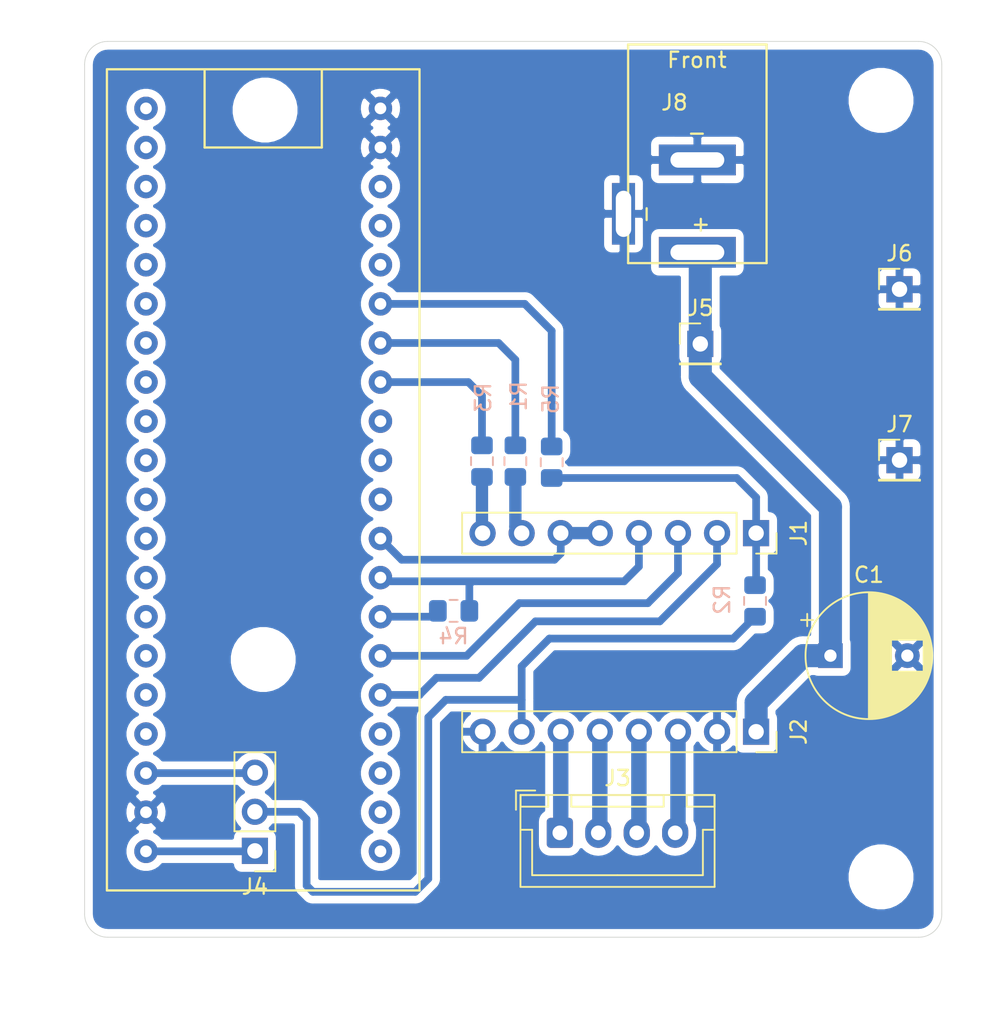
<source format=kicad_pcb>
(kicad_pcb (version 20171130) (host pcbnew "(5.1.7)-1")

  (general
    (thickness 1.6)
    (drawings 8)
    (tracks 81)
    (zones 0)
    (modules 19)
    (nets 21)
  )

  (page A4)
  (layers
    (0 F.Cu signal)
    (31 B.Cu signal)
    (32 B.Adhes user)
    (33 F.Adhes user)
    (34 B.Paste user)
    (35 F.Paste user)
    (36 B.SilkS user)
    (37 F.SilkS user)
    (38 B.Mask user)
    (39 F.Mask user)
    (40 Dwgs.User user)
    (41 Cmts.User user)
    (42 Eco1.User user)
    (43 Eco2.User user)
    (44 Edge.Cuts user)
    (45 Margin user)
    (46 B.CrtYd user)
    (47 F.CrtYd user)
    (48 B.Fab user hide)
    (49 F.Fab user hide)
  )

  (setup
    (last_trace_width 0.25)
    (user_trace_width 0.5)
    (user_trace_width 0.8)
    (user_trace_width 1)
    (user_trace_width 1.5)
    (trace_clearance 0.2)
    (zone_clearance 0.508)
    (zone_45_only no)
    (trace_min 0.2)
    (via_size 0.8)
    (via_drill 0.4)
    (via_min_size 0.4)
    (via_min_drill 0.3)
    (uvia_size 0.3)
    (uvia_drill 0.1)
    (uvias_allowed no)
    (uvia_min_size 0.2)
    (uvia_min_drill 0.1)
    (edge_width 0.05)
    (segment_width 0.2)
    (pcb_text_width 0.3)
    (pcb_text_size 1.5 1.5)
    (mod_edge_width 0.12)
    (mod_text_size 1 1)
    (mod_text_width 0.15)
    (pad_size 1.524 1.524)
    (pad_drill 0.762)
    (pad_to_mask_clearance 0.05)
    (aux_axis_origin 0 0)
    (visible_elements 7FFFFFFF)
    (pcbplotparams
      (layerselection 0x00040_7ffffffe)
      (usegerberextensions false)
      (usegerberattributes true)
      (usegerberadvancedattributes true)
      (creategerberjobfile false)
      (excludeedgelayer false)
      (linewidth 0.100000)
      (plotframeref false)
      (viasonmask false)
      (mode 1)
      (useauxorigin false)
      (hpglpennumber 1)
      (hpglpenspeed 20)
      (hpglpendiameter 15.000000)
      (psnegative false)
      (psa4output false)
      (plotreference false)
      (plotvalue false)
      (plotinvisibletext false)
      (padsonsilk false)
      (subtractmaskfromsilk false)
      (outputformat 5)
      (mirror true)
      (drillshape 0)
      (scaleselection 1)
      (outputdirectory "gerber/mask/"))
  )

  (net 0 "")
  (net 1 "Net-(J1-Pad7)")
  (net 2 "Net-(J1-Pad8)")
  (net 3 VM_VDD)
  (net 4 GND)
  (net 5 EN)
  (net 6 SLEEP)
  (net 7 VDD_5V)
  (net 8 1B)
  (net 9 1A)
  (net 10 2A)
  (net 11 2B)
  (net 12 STEP)
  (net 13 DIR)
  (net 14 MS1)
  (net 15 MS2)
  (net 16 MS3)
  (net 17 "Net-(R4-Pad1)")
  (net 18 "Net-(J1-Pad1)")
  (net 19 VDD_DRV)
  (net 20 VDD_3V3)

  (net_class Default "This is the default net class."
    (clearance 0.2)
    (trace_width 0.25)
    (via_dia 0.8)
    (via_drill 0.4)
    (uvia_dia 0.3)
    (uvia_drill 0.1)
    (add_net 1A)
    (add_net 1B)
    (add_net 2A)
    (add_net 2B)
    (add_net DIR)
    (add_net EN)
    (add_net GND)
    (add_net MS1)
    (add_net MS2)
    (add_net MS3)
    (add_net "Net-(J1-Pad1)")
    (add_net "Net-(J1-Pad7)")
    (add_net "Net-(J1-Pad8)")
    (add_net "Net-(R4-Pad1)")
    (add_net SLEEP)
    (add_net STEP)
    (add_net VDD_3V3)
    (add_net VDD_5V)
    (add_net VDD_DRV)
    (add_net VM_VDD)
  )

  (module Resistor_SMD:R_0805_2012Metric_Pad1.15x1.40mm_HandSolder (layer B.Cu) (tedit 5B36C52B) (tstamp 5FAF180F)
    (at 66.565 79.82)
    (descr "Resistor SMD 0805 (2012 Metric), square (rectangular) end terminal, IPC_7351 nominal with elongated pad for handsoldering. (Body size source: https://docs.google.com/spreadsheets/d/1BsfQQcO9C6DZCsRaXUlFlo91Tg2WpOkGARC1WS5S8t0/edit?usp=sharing), generated with kicad-footprint-generator")
    (tags "resistor handsolder")
    (path /5FB2E716)
    (attr smd)
    (fp_text reference R4 (at 0 1.65) (layer B.SilkS)
      (effects (font (size 1 1) (thickness 0.15)) (justify mirror))
    )
    (fp_text value 1K (at 0 -1.65) (layer B.Fab)
      (effects (font (size 1 1) (thickness 0.15)) (justify mirror))
    )
    (fp_line (start -1 -0.6) (end -1 0.6) (layer B.Fab) (width 0.1))
    (fp_line (start -1 0.6) (end 1 0.6) (layer B.Fab) (width 0.1))
    (fp_line (start 1 0.6) (end 1 -0.6) (layer B.Fab) (width 0.1))
    (fp_line (start 1 -0.6) (end -1 -0.6) (layer B.Fab) (width 0.1))
    (fp_line (start -0.261252 0.71) (end 0.261252 0.71) (layer B.SilkS) (width 0.12))
    (fp_line (start -0.261252 -0.71) (end 0.261252 -0.71) (layer B.SilkS) (width 0.12))
    (fp_line (start -1.85 -0.95) (end -1.85 0.95) (layer B.CrtYd) (width 0.05))
    (fp_line (start -1.85 0.95) (end 1.85 0.95) (layer B.CrtYd) (width 0.05))
    (fp_line (start 1.85 0.95) (end 1.85 -0.95) (layer B.CrtYd) (width 0.05))
    (fp_line (start 1.85 -0.95) (end -1.85 -0.95) (layer B.CrtYd) (width 0.05))
    (fp_text user %R (at 0 0) (layer B.Fab)
      (effects (font (size 0.5 0.5) (thickness 0.08)) (justify mirror))
    )
    (pad 1 smd roundrect (at -1.025 0) (size 1.15 1.4) (layers B.Cu B.Paste B.Mask) (roundrect_rratio 0.2173904347826087)
      (net 17 "Net-(R4-Pad1)"))
    (pad 2 smd roundrect (at 1.025 0) (size 1.15 1.4) (layers B.Cu B.Paste B.Mask) (roundrect_rratio 0.2173904347826087)
      (net 16 MS3))
    (model ${KISYS3DMOD}/Resistor_SMD.3dshapes/R_0805_2012Metric.wrl
      (at (xyz 0 0 0))
      (scale (xyz 1 1 1))
      (rotate (xyz 0 0 0))
    )
  )

  (module Resistor_SMD:R_0805_2012Metric_Pad1.15x1.40mm_HandSolder (layer B.Cu) (tedit 5B36C52B) (tstamp 5FAEED47)
    (at 68.41 70.095 270)
    (descr "Resistor SMD 0805 (2012 Metric), square (rectangular) end terminal, IPC_7351 nominal with elongated pad for handsoldering. (Body size source: https://docs.google.com/spreadsheets/d/1BsfQQcO9C6DZCsRaXUlFlo91Tg2WpOkGARC1WS5S8t0/edit?usp=sharing), generated with kicad-footprint-generator")
    (tags "resistor handsolder")
    (path /5FB0A250)
    (attr smd)
    (fp_text reference R3 (at -4.125 -0.08 270) (layer B.SilkS)
      (effects (font (size 1 1) (thickness 0.15)) (justify mirror))
    )
    (fp_text value 100 (at 0 -1.65 270) (layer B.Fab)
      (effects (font (size 1 1) (thickness 0.15)) (justify mirror))
    )
    (fp_line (start 1.85 -0.95) (end -1.85 -0.95) (layer B.CrtYd) (width 0.05))
    (fp_line (start 1.85 0.95) (end 1.85 -0.95) (layer B.CrtYd) (width 0.05))
    (fp_line (start -1.85 0.95) (end 1.85 0.95) (layer B.CrtYd) (width 0.05))
    (fp_line (start -1.85 -0.95) (end -1.85 0.95) (layer B.CrtYd) (width 0.05))
    (fp_line (start -0.261252 -0.71) (end 0.261252 -0.71) (layer B.SilkS) (width 0.12))
    (fp_line (start -0.261252 0.71) (end 0.261252 0.71) (layer B.SilkS) (width 0.12))
    (fp_line (start 1 -0.6) (end -1 -0.6) (layer B.Fab) (width 0.1))
    (fp_line (start 1 0.6) (end 1 -0.6) (layer B.Fab) (width 0.1))
    (fp_line (start -1 0.6) (end 1 0.6) (layer B.Fab) (width 0.1))
    (fp_line (start -1 -0.6) (end -1 0.6) (layer B.Fab) (width 0.1))
    (fp_text user %R (at 0 0 270) (layer B.Fab)
      (effects (font (size 0.5 0.5) (thickness 0.08)) (justify mirror))
    )
    (pad 1 smd roundrect (at -1.025 0 270) (size 1.15 1.4) (layers B.Cu B.Paste B.Mask) (roundrect_rratio 0.2173904347826087)
      (net 13 DIR))
    (pad 2 smd roundrect (at 1.025 0 270) (size 1.15 1.4) (layers B.Cu B.Paste B.Mask) (roundrect_rratio 0.2173904347826087)
      (net 2 "Net-(J1-Pad8)"))
    (model ${KISYS3DMOD}/Resistor_SMD.3dshapes/R_0805_2012Metric.wrl
      (at (xyz 0 0 0))
      (scale (xyz 1 1 1))
      (rotate (xyz 0 0 0))
    )
  )

  (module Resistor_SMD:R_0805_2012Metric_Pad1.15x1.40mm_HandSolder (layer B.Cu) (tedit 5B36C52B) (tstamp 5FAEED25)
    (at 70.58 70.095 270)
    (descr "Resistor SMD 0805 (2012 Metric), square (rectangular) end terminal, IPC_7351 nominal with elongated pad for handsoldering. (Body size source: https://docs.google.com/spreadsheets/d/1BsfQQcO9C6DZCsRaXUlFlo91Tg2WpOkGARC1WS5S8t0/edit?usp=sharing), generated with kicad-footprint-generator")
    (tags "resistor handsolder")
    (path /5FB07305)
    (attr smd)
    (fp_text reference R1 (at -4.225 -0.22 270) (layer B.SilkS)
      (effects (font (size 1 1) (thickness 0.15)) (justify mirror))
    )
    (fp_text value 100 (at 0 -1.65 270) (layer B.Fab)
      (effects (font (size 1 1) (thickness 0.15)) (justify mirror))
    )
    (fp_line (start -1 -0.6) (end -1 0.6) (layer B.Fab) (width 0.1))
    (fp_line (start -1 0.6) (end 1 0.6) (layer B.Fab) (width 0.1))
    (fp_line (start 1 0.6) (end 1 -0.6) (layer B.Fab) (width 0.1))
    (fp_line (start 1 -0.6) (end -1 -0.6) (layer B.Fab) (width 0.1))
    (fp_line (start -0.261252 0.71) (end 0.261252 0.71) (layer B.SilkS) (width 0.12))
    (fp_line (start -0.261252 -0.71) (end 0.261252 -0.71) (layer B.SilkS) (width 0.12))
    (fp_line (start -1.85 -0.95) (end -1.85 0.95) (layer B.CrtYd) (width 0.05))
    (fp_line (start -1.85 0.95) (end 1.85 0.95) (layer B.CrtYd) (width 0.05))
    (fp_line (start 1.85 0.95) (end 1.85 -0.95) (layer B.CrtYd) (width 0.05))
    (fp_line (start 1.85 -0.95) (end -1.85 -0.95) (layer B.CrtYd) (width 0.05))
    (fp_text user %R (at 0 0 270) (layer B.Fab)
      (effects (font (size 0.5 0.5) (thickness 0.08)) (justify mirror))
    )
    (pad 2 smd roundrect (at 1.025 0 270) (size 1.15 1.4) (layers B.Cu B.Paste B.Mask) (roundrect_rratio 0.2173904347826087)
      (net 1 "Net-(J1-Pad7)"))
    (pad 1 smd roundrect (at -1.025 0 270) (size 1.15 1.4) (layers B.Cu B.Paste B.Mask) (roundrect_rratio 0.2173904347826087)
      (net 12 STEP))
    (model ${KISYS3DMOD}/Resistor_SMD.3dshapes/R_0805_2012Metric.wrl
      (at (xyz 0 0 0))
      (scale (xyz 1 1 1))
      (rotate (xyz 0 0 0))
    )
  )

  (module chinabluepill:ChinaBluePill (layer F.Cu) (tedit 5F50C055) (tstamp 5FAF5A83)
    (at 46.57 95.44)
    (path /5FAED5A3)
    (fp_text reference U1 (at 7.62 -25.4) (layer F.SilkS) hide
      (effects (font (size 1 1) (thickness 0.15)))
    )
    (fp_text value BluePill_STM32F103C (at 7.62 -28.194) (layer F.Fab) hide
      (effects (font (size 1 1) (thickness 0.15)))
    )
    (fp_line (start -2.54 -50.8) (end 17.78 -50.8) (layer F.SilkS) (width 0.15))
    (fp_line (start 17.78 -50.8) (end 17.78 2.54) (layer F.SilkS) (width 0.15))
    (fp_line (start 17.78 2.54) (end -2.54 2.54) (layer F.SilkS) (width 0.15))
    (fp_line (start -2.54 2.54) (end -2.54 -50.8) (layer F.SilkS) (width 0.15))
    (fp_line (start 3.81 -50.8) (end 3.81 -45.72) (layer F.SilkS) (width 0.15))
    (fp_line (start 3.81 -45.72) (end 11.43 -45.72) (layer F.SilkS) (width 0.15))
    (fp_line (start 11.43 -45.72) (end 11.43 -50.8) (layer F.SilkS) (width 0.15))
    (fp_text user USB (at 7.62 -48.26) (layer F.SilkS)
      (effects (font (size 1 1) (thickness 0.15)))
    )
    (pad 40 thru_hole circle (at 0 0 90) (size 1.524 1.524) (drill 0.762) (layers *.Cu *.Mask)
      (net 20 VDD_3V3))
    (pad 39 thru_hole circle (at 0 -2.54 90) (size 1.524 1.524) (drill 0.762) (layers *.Cu *.Mask)
      (net 4 GND))
    (pad 37 thru_hole circle (at 0 -7.62 90) (size 1.524 1.524) (drill 0.762) (layers *.Cu *.Mask))
    (pad 36 thru_hole circle (at 0 -10.16 90) (size 1.524 1.524) (drill 0.762) (layers *.Cu *.Mask))
    (pad 38 thru_hole circle (at 0 -5.08 90) (size 1.524 1.524) (drill 0.762) (layers *.Cu *.Mask)
      (net 7 VDD_5V))
    (pad 35 thru_hole circle (at 0 -12.7 90) (size 1.524 1.524) (drill 0.762) (layers *.Cu *.Mask))
    (pad 34 thru_hole circle (at 0 -15.24 90) (size 1.524 1.524) (drill 0.762) (layers *.Cu *.Mask))
    (pad 32 thru_hole circle (at 0 -20.32 90) (size 1.524 1.524) (drill 0.762) (layers *.Cu *.Mask))
    (pad 33 thru_hole circle (at 0 -17.78 90) (size 1.524 1.524) (drill 0.762) (layers *.Cu *.Mask))
    (pad 31 thru_hole circle (at 0 -22.86 90) (size 1.524 1.524) (drill 0.762) (layers *.Cu *.Mask))
    (pad 30 thru_hole circle (at 0 -25.4 90) (size 1.524 1.524) (drill 0.762) (layers *.Cu *.Mask))
    (pad 29 thru_hole circle (at 0 -27.94 90) (size 1.524 1.524) (drill 0.762) (layers *.Cu *.Mask))
    (pad 27 thru_hole circle (at 0 -33.02 90) (size 1.524 1.524) (drill 0.762) (layers *.Cu *.Mask))
    (pad 26 thru_hole circle (at 0 -35.56 90) (size 1.524 1.524) (drill 0.762) (layers *.Cu *.Mask))
    (pad 28 thru_hole circle (at 0 -30.48 90) (size 1.524 1.524) (drill 0.762) (layers *.Cu *.Mask))
    (pad 25 thru_hole circle (at 0 -38.1 90) (size 1.524 1.524) (drill 0.762) (layers *.Cu *.Mask))
    (pad 24 thru_hole circle (at 0 -40.64 90) (size 1.524 1.524) (drill 0.762) (layers *.Cu *.Mask))
    (pad 23 thru_hole circle (at 0 -43.18 90) (size 1.524 1.524) (drill 0.762) (layers *.Cu *.Mask))
    (pad 22 thru_hole circle (at 0 -45.72 90) (size 1.524 1.524) (drill 0.762) (layers *.Cu *.Mask))
    (pad 21 thru_hole circle (at 0 -48.26 90) (size 1.524 1.524) (drill 0.762) (layers *.Cu *.Mask))
    (pad 13 thru_hole circle (at 15.24 -30.48 90) (size 1.524 1.524) (drill 0.762) (layers *.Cu *.Mask)
      (net 13 DIR))
    (pad 1 thru_hole circle (at 15.24 0 90) (size 1.524 1.524) (drill 0.762) (layers *.Cu *.Mask))
    (pad 12 thru_hole circle (at 15.24 -27.94 90) (size 1.524 1.524) (drill 0.762) (layers *.Cu *.Mask))
    (pad 2 thru_hole circle (at 15.24 -2.54 90) (size 1.524 1.524) (drill 0.762) (layers *.Cu *.Mask))
    (pad 7 thru_hole circle (at 15.24 -15.24 90) (size 1.524 1.524) (drill 0.762) (layers *.Cu *.Mask)
      (net 17 "Net-(R4-Pad1)"))
    (pad 5 thru_hole circle (at 15.24 -10.16 90) (size 1.524 1.524) (drill 0.762) (layers *.Cu *.Mask)
      (net 14 MS1))
    (pad 3 thru_hole circle (at 15.24 -5.08 90) (size 1.524 1.524) (drill 0.762) (layers *.Cu *.Mask))
    (pad 14 thru_hole circle (at 15.24 -33.02 90) (size 1.524 1.524) (drill 0.762) (layers *.Cu *.Mask)
      (net 12 STEP))
    (pad 6 thru_hole circle (at 15.24 -12.7 90) (size 1.524 1.524) (drill 0.762) (layers *.Cu *.Mask)
      (net 15 MS2))
    (pad 11 thru_hole circle (at 15.24 -25.4 90) (size 1.524 1.524) (drill 0.762) (layers *.Cu *.Mask))
    (pad 9 thru_hole circle (at 15.24 -20.32 90) (size 1.524 1.524) (drill 0.762) (layers *.Cu *.Mask)
      (net 6 SLEEP))
    (pad 18 thru_hole circle (at 15.24 -43.18 90) (size 1.524 1.524) (drill 0.762) (layers *.Cu *.Mask))
    (pad 16 thru_hole circle (at 15.24 -38.1 90) (size 1.524 1.524) (drill 0.762) (layers *.Cu *.Mask))
    (pad 17 thru_hole circle (at 15.24 -40.64 90) (size 1.524 1.524) (drill 0.762) (layers *.Cu *.Mask))
    (pad 10 thru_hole circle (at 15.24 -22.86 90) (size 1.524 1.524) (drill 0.762) (layers *.Cu *.Mask))
    (pad 19 thru_hole circle (at 15.24 -45.72 90) (size 1.524 1.524) (drill 0.762) (layers *.Cu *.Mask)
      (net 4 GND))
    (pad 4 thru_hole circle (at 15.24 -7.62 90) (size 1.524 1.524) (drill 0.762) (layers *.Cu *.Mask))
    (pad 8 thru_hole circle (at 15.24 -17.78 90) (size 1.524 1.524) (drill 0.762) (layers *.Cu *.Mask)
      (net 16 MS3))
    (pad 15 thru_hole circle (at 15.24 -35.56 90) (size 1.524 1.524) (drill 0.762) (layers *.Cu *.Mask)
      (net 5 EN))
    (pad 20 thru_hole circle (at 15.24 -48.26 90) (size 1.524 1.524) (drill 0.762) (layers *.Cu *.Mask)
      (net 4 GND))
    (model ${KIPRJMOD}/libs/3d/YAAJ_BluePill.STEP
      (offset (xyz 18 25.5 -49.5))
      (scale (xyz 1 1 1))
      (rotate (xyz 0 0 0))
    )
  )

  (module Connector_PinSocket_2.54mm:PinSocket_1x08_P2.54mm_Vertical (layer F.Cu) (tedit 5A19A420) (tstamp 5FAEE51C)
    (at 86.23 74.77 270)
    (descr "Through hole straight socket strip, 1x08, 2.54mm pitch, single row (from Kicad 4.0.7), script generated")
    (tags "Through hole socket strip THT 1x08 2.54mm single row")
    (path /5FAF21F7)
    (fp_text reference J1 (at 0 -2.77 90) (layer F.SilkS)
      (effects (font (size 1 1) (thickness 0.15)))
    )
    (fp_text value Conn_01x08 (at 0 20.55 90) (layer F.Fab)
      (effects (font (size 1 1) (thickness 0.15)))
    )
    (fp_line (start -1.8 19.55) (end -1.8 -1.8) (layer F.CrtYd) (width 0.05))
    (fp_line (start 1.75 19.55) (end -1.8 19.55) (layer F.CrtYd) (width 0.05))
    (fp_line (start 1.75 -1.8) (end 1.75 19.55) (layer F.CrtYd) (width 0.05))
    (fp_line (start -1.8 -1.8) (end 1.75 -1.8) (layer F.CrtYd) (width 0.05))
    (fp_line (start 0 -1.33) (end 1.33 -1.33) (layer F.SilkS) (width 0.12))
    (fp_line (start 1.33 -1.33) (end 1.33 0) (layer F.SilkS) (width 0.12))
    (fp_line (start 1.33 1.27) (end 1.33 19.11) (layer F.SilkS) (width 0.12))
    (fp_line (start -1.33 19.11) (end 1.33 19.11) (layer F.SilkS) (width 0.12))
    (fp_line (start -1.33 1.27) (end -1.33 19.11) (layer F.SilkS) (width 0.12))
    (fp_line (start -1.33 1.27) (end 1.33 1.27) (layer F.SilkS) (width 0.12))
    (fp_line (start -1.27 19.05) (end -1.27 -1.27) (layer F.Fab) (width 0.1))
    (fp_line (start 1.27 19.05) (end -1.27 19.05) (layer F.Fab) (width 0.1))
    (fp_line (start 1.27 -0.635) (end 1.27 19.05) (layer F.Fab) (width 0.1))
    (fp_line (start 0.635 -1.27) (end 1.27 -0.635) (layer F.Fab) (width 0.1))
    (fp_line (start -1.27 -1.27) (end 0.635 -1.27) (layer F.Fab) (width 0.1))
    (fp_text user %R (at 0 8.89) (layer F.Fab)
      (effects (font (size 1 1) (thickness 0.15)))
    )
    (pad 1 thru_hole rect (at 0 0 270) (size 1.7 1.7) (drill 1) (layers *.Cu *.Mask)
      (net 18 "Net-(J1-Pad1)"))
    (pad 2 thru_hole oval (at 0 2.54 270) (size 1.7 1.7) (drill 1) (layers *.Cu *.Mask)
      (net 14 MS1))
    (pad 3 thru_hole oval (at 0 5.08 270) (size 1.7 1.7) (drill 1) (layers *.Cu *.Mask)
      (net 15 MS2))
    (pad 4 thru_hole oval (at 0 7.62 270) (size 1.7 1.7) (drill 1) (layers *.Cu *.Mask)
      (net 16 MS3))
    (pad 5 thru_hole oval (at 0 10.16 270) (size 1.7 1.7) (drill 1) (layers *.Cu *.Mask)
      (net 6 SLEEP))
    (pad 6 thru_hole oval (at 0 12.7 270) (size 1.7 1.7) (drill 1) (layers *.Cu *.Mask)
      (net 6 SLEEP))
    (pad 7 thru_hole oval (at 0 15.24 270) (size 1.7 1.7) (drill 1) (layers *.Cu *.Mask)
      (net 1 "Net-(J1-Pad7)"))
    (pad 8 thru_hole oval (at 0 17.78 270) (size 1.7 1.7) (drill 1) (layers *.Cu *.Mask)
      (net 2 "Net-(J1-Pad8)"))
    (model ${KISYS3DMOD}/Connector_PinSocket_2.54mm.3dshapes/PinSocket_1x08_P2.54mm_Vertical.wrl
      (at (xyz 0 0 0))
      (scale (xyz 1 1 1))
      (rotate (xyz 0 0 0))
    )
  )

  (module Connector_PinSocket_2.54mm:PinSocket_1x08_P2.54mm_Vertical (layer F.Cu) (tedit 5A19A420) (tstamp 5FAEE538)
    (at 86.23 87.67 270)
    (descr "Through hole straight socket strip, 1x08, 2.54mm pitch, single row (from Kicad 4.0.7), script generated")
    (tags "Through hole socket strip THT 1x08 2.54mm single row")
    (path /5FAF26EE)
    (fp_text reference J2 (at 0 -2.77 90) (layer F.SilkS)
      (effects (font (size 1 1) (thickness 0.15)))
    )
    (fp_text value Conn_01x08 (at 0 20.55 90) (layer F.Fab)
      (effects (font (size 1 1) (thickness 0.15)))
    )
    (fp_line (start -1.27 -1.27) (end 0.635 -1.27) (layer F.Fab) (width 0.1))
    (fp_line (start 0.635 -1.27) (end 1.27 -0.635) (layer F.Fab) (width 0.1))
    (fp_line (start 1.27 -0.635) (end 1.27 19.05) (layer F.Fab) (width 0.1))
    (fp_line (start 1.27 19.05) (end -1.27 19.05) (layer F.Fab) (width 0.1))
    (fp_line (start -1.27 19.05) (end -1.27 -1.27) (layer F.Fab) (width 0.1))
    (fp_line (start -1.33 1.27) (end 1.33 1.27) (layer F.SilkS) (width 0.12))
    (fp_line (start -1.33 1.27) (end -1.33 19.11) (layer F.SilkS) (width 0.12))
    (fp_line (start -1.33 19.11) (end 1.33 19.11) (layer F.SilkS) (width 0.12))
    (fp_line (start 1.33 1.27) (end 1.33 19.11) (layer F.SilkS) (width 0.12))
    (fp_line (start 1.33 -1.33) (end 1.33 0) (layer F.SilkS) (width 0.12))
    (fp_line (start 0 -1.33) (end 1.33 -1.33) (layer F.SilkS) (width 0.12))
    (fp_line (start -1.8 -1.8) (end 1.75 -1.8) (layer F.CrtYd) (width 0.05))
    (fp_line (start 1.75 -1.8) (end 1.75 19.55) (layer F.CrtYd) (width 0.05))
    (fp_line (start 1.75 19.55) (end -1.8 19.55) (layer F.CrtYd) (width 0.05))
    (fp_line (start -1.8 19.55) (end -1.8 -1.8) (layer F.CrtYd) (width 0.05))
    (fp_text user %R (at 0 8.89) (layer F.Fab)
      (effects (font (size 1 1) (thickness 0.15)))
    )
    (pad 8 thru_hole oval (at 0 17.78 270) (size 1.7 1.7) (drill 1) (layers *.Cu *.Mask)
      (net 4 GND))
    (pad 7 thru_hole oval (at 0 15.24 270) (size 1.7 1.7) (drill 1) (layers *.Cu *.Mask)
      (net 19 VDD_DRV))
    (pad 6 thru_hole oval (at 0 12.7 270) (size 1.7 1.7) (drill 1) (layers *.Cu *.Mask)
      (net 8 1B))
    (pad 5 thru_hole oval (at 0 10.16 270) (size 1.7 1.7) (drill 1) (layers *.Cu *.Mask)
      (net 9 1A))
    (pad 4 thru_hole oval (at 0 7.62 270) (size 1.7 1.7) (drill 1) (layers *.Cu *.Mask)
      (net 10 2A))
    (pad 3 thru_hole oval (at 0 5.08 270) (size 1.7 1.7) (drill 1) (layers *.Cu *.Mask)
      (net 11 2B))
    (pad 2 thru_hole oval (at 0 2.54 270) (size 1.7 1.7) (drill 1) (layers *.Cu *.Mask)
      (net 4 GND))
    (pad 1 thru_hole rect (at 0 0 270) (size 1.7 1.7) (drill 1) (layers *.Cu *.Mask)
      (net 3 VM_VDD))
    (model ${KISYS3DMOD}/Connector_PinSocket_2.54mm.3dshapes/PinSocket_1x08_P2.54mm_Vertical.wrl
      (at (xyz 0 0 0))
      (scale (xyz 1 1 1))
      (rotate (xyz 0 0 0))
    )
  )

  (module Capacitor_THT:CP_Radial_D8.0mm_P5.00mm (layer F.Cu) (tedit 5AE50EF0) (tstamp 5FAEECE9)
    (at 91.06 82.73)
    (descr "CP, Radial series, Radial, pin pitch=5.00mm, , diameter=8mm, Electrolytic Capacitor")
    (tags "CP Radial series Radial pin pitch 5.00mm  diameter 8mm Electrolytic Capacitor")
    (path /5FAFF433)
    (fp_text reference C1 (at 2.5 -5.25) (layer F.SilkS)
      (effects (font (size 1 1) (thickness 0.15)))
    )
    (fp_text value CP1_Small (at 2.5 5.25) (layer F.Fab)
      (effects (font (size 1 1) (thickness 0.15)))
    )
    (fp_line (start -1.509698 -2.715) (end -1.509698 -1.915) (layer F.SilkS) (width 0.12))
    (fp_line (start -1.909698 -2.315) (end -1.109698 -2.315) (layer F.SilkS) (width 0.12))
    (fp_line (start 6.581 -0.533) (end 6.581 0.533) (layer F.SilkS) (width 0.12))
    (fp_line (start 6.541 -0.768) (end 6.541 0.768) (layer F.SilkS) (width 0.12))
    (fp_line (start 6.501 -0.948) (end 6.501 0.948) (layer F.SilkS) (width 0.12))
    (fp_line (start 6.461 -1.098) (end 6.461 1.098) (layer F.SilkS) (width 0.12))
    (fp_line (start 6.421 -1.229) (end 6.421 1.229) (layer F.SilkS) (width 0.12))
    (fp_line (start 6.381 -1.346) (end 6.381 1.346) (layer F.SilkS) (width 0.12))
    (fp_line (start 6.341 -1.453) (end 6.341 1.453) (layer F.SilkS) (width 0.12))
    (fp_line (start 6.301 -1.552) (end 6.301 1.552) (layer F.SilkS) (width 0.12))
    (fp_line (start 6.261 -1.645) (end 6.261 1.645) (layer F.SilkS) (width 0.12))
    (fp_line (start 6.221 -1.731) (end 6.221 1.731) (layer F.SilkS) (width 0.12))
    (fp_line (start 6.181 -1.813) (end 6.181 1.813) (layer F.SilkS) (width 0.12))
    (fp_line (start 6.141 -1.89) (end 6.141 1.89) (layer F.SilkS) (width 0.12))
    (fp_line (start 6.101 -1.964) (end 6.101 1.964) (layer F.SilkS) (width 0.12))
    (fp_line (start 6.061 -2.034) (end 6.061 2.034) (layer F.SilkS) (width 0.12))
    (fp_line (start 6.021 1.04) (end 6.021 2.102) (layer F.SilkS) (width 0.12))
    (fp_line (start 6.021 -2.102) (end 6.021 -1.04) (layer F.SilkS) (width 0.12))
    (fp_line (start 5.981 1.04) (end 5.981 2.166) (layer F.SilkS) (width 0.12))
    (fp_line (start 5.981 -2.166) (end 5.981 -1.04) (layer F.SilkS) (width 0.12))
    (fp_line (start 5.941 1.04) (end 5.941 2.228) (layer F.SilkS) (width 0.12))
    (fp_line (start 5.941 -2.228) (end 5.941 -1.04) (layer F.SilkS) (width 0.12))
    (fp_line (start 5.901 1.04) (end 5.901 2.287) (layer F.SilkS) (width 0.12))
    (fp_line (start 5.901 -2.287) (end 5.901 -1.04) (layer F.SilkS) (width 0.12))
    (fp_line (start 5.861 1.04) (end 5.861 2.345) (layer F.SilkS) (width 0.12))
    (fp_line (start 5.861 -2.345) (end 5.861 -1.04) (layer F.SilkS) (width 0.12))
    (fp_line (start 5.821 1.04) (end 5.821 2.4) (layer F.SilkS) (width 0.12))
    (fp_line (start 5.821 -2.4) (end 5.821 -1.04) (layer F.SilkS) (width 0.12))
    (fp_line (start 5.781 1.04) (end 5.781 2.454) (layer F.SilkS) (width 0.12))
    (fp_line (start 5.781 -2.454) (end 5.781 -1.04) (layer F.SilkS) (width 0.12))
    (fp_line (start 5.741 1.04) (end 5.741 2.505) (layer F.SilkS) (width 0.12))
    (fp_line (start 5.741 -2.505) (end 5.741 -1.04) (layer F.SilkS) (width 0.12))
    (fp_line (start 5.701 1.04) (end 5.701 2.556) (layer F.SilkS) (width 0.12))
    (fp_line (start 5.701 -2.556) (end 5.701 -1.04) (layer F.SilkS) (width 0.12))
    (fp_line (start 5.661 1.04) (end 5.661 2.604) (layer F.SilkS) (width 0.12))
    (fp_line (start 5.661 -2.604) (end 5.661 -1.04) (layer F.SilkS) (width 0.12))
    (fp_line (start 5.621 1.04) (end 5.621 2.651) (layer F.SilkS) (width 0.12))
    (fp_line (start 5.621 -2.651) (end 5.621 -1.04) (layer F.SilkS) (width 0.12))
    (fp_line (start 5.581 1.04) (end 5.581 2.697) (layer F.SilkS) (width 0.12))
    (fp_line (start 5.581 -2.697) (end 5.581 -1.04) (layer F.SilkS) (width 0.12))
    (fp_line (start 5.541 1.04) (end 5.541 2.741) (layer F.SilkS) (width 0.12))
    (fp_line (start 5.541 -2.741) (end 5.541 -1.04) (layer F.SilkS) (width 0.12))
    (fp_line (start 5.501 1.04) (end 5.501 2.784) (layer F.SilkS) (width 0.12))
    (fp_line (start 5.501 -2.784) (end 5.501 -1.04) (layer F.SilkS) (width 0.12))
    (fp_line (start 5.461 1.04) (end 5.461 2.826) (layer F.SilkS) (width 0.12))
    (fp_line (start 5.461 -2.826) (end 5.461 -1.04) (layer F.SilkS) (width 0.12))
    (fp_line (start 5.421 1.04) (end 5.421 2.867) (layer F.SilkS) (width 0.12))
    (fp_line (start 5.421 -2.867) (end 5.421 -1.04) (layer F.SilkS) (width 0.12))
    (fp_line (start 5.381 1.04) (end 5.381 2.907) (layer F.SilkS) (width 0.12))
    (fp_line (start 5.381 -2.907) (end 5.381 -1.04) (layer F.SilkS) (width 0.12))
    (fp_line (start 5.341 1.04) (end 5.341 2.945) (layer F.SilkS) (width 0.12))
    (fp_line (start 5.341 -2.945) (end 5.341 -1.04) (layer F.SilkS) (width 0.12))
    (fp_line (start 5.301 1.04) (end 5.301 2.983) (layer F.SilkS) (width 0.12))
    (fp_line (start 5.301 -2.983) (end 5.301 -1.04) (layer F.SilkS) (width 0.12))
    (fp_line (start 5.261 1.04) (end 5.261 3.019) (layer F.SilkS) (width 0.12))
    (fp_line (start 5.261 -3.019) (end 5.261 -1.04) (layer F.SilkS) (width 0.12))
    (fp_line (start 5.221 1.04) (end 5.221 3.055) (layer F.SilkS) (width 0.12))
    (fp_line (start 5.221 -3.055) (end 5.221 -1.04) (layer F.SilkS) (width 0.12))
    (fp_line (start 5.181 1.04) (end 5.181 3.09) (layer F.SilkS) (width 0.12))
    (fp_line (start 5.181 -3.09) (end 5.181 -1.04) (layer F.SilkS) (width 0.12))
    (fp_line (start 5.141 1.04) (end 5.141 3.124) (layer F.SilkS) (width 0.12))
    (fp_line (start 5.141 -3.124) (end 5.141 -1.04) (layer F.SilkS) (width 0.12))
    (fp_line (start 5.101 1.04) (end 5.101 3.156) (layer F.SilkS) (width 0.12))
    (fp_line (start 5.101 -3.156) (end 5.101 -1.04) (layer F.SilkS) (width 0.12))
    (fp_line (start 5.061 1.04) (end 5.061 3.189) (layer F.SilkS) (width 0.12))
    (fp_line (start 5.061 -3.189) (end 5.061 -1.04) (layer F.SilkS) (width 0.12))
    (fp_line (start 5.021 1.04) (end 5.021 3.22) (layer F.SilkS) (width 0.12))
    (fp_line (start 5.021 -3.22) (end 5.021 -1.04) (layer F.SilkS) (width 0.12))
    (fp_line (start 4.981 1.04) (end 4.981 3.25) (layer F.SilkS) (width 0.12))
    (fp_line (start 4.981 -3.25) (end 4.981 -1.04) (layer F.SilkS) (width 0.12))
    (fp_line (start 4.941 1.04) (end 4.941 3.28) (layer F.SilkS) (width 0.12))
    (fp_line (start 4.941 -3.28) (end 4.941 -1.04) (layer F.SilkS) (width 0.12))
    (fp_line (start 4.901 1.04) (end 4.901 3.309) (layer F.SilkS) (width 0.12))
    (fp_line (start 4.901 -3.309) (end 4.901 -1.04) (layer F.SilkS) (width 0.12))
    (fp_line (start 4.861 1.04) (end 4.861 3.338) (layer F.SilkS) (width 0.12))
    (fp_line (start 4.861 -3.338) (end 4.861 -1.04) (layer F.SilkS) (width 0.12))
    (fp_line (start 4.821 1.04) (end 4.821 3.365) (layer F.SilkS) (width 0.12))
    (fp_line (start 4.821 -3.365) (end 4.821 -1.04) (layer F.SilkS) (width 0.12))
    (fp_line (start 4.781 1.04) (end 4.781 3.392) (layer F.SilkS) (width 0.12))
    (fp_line (start 4.781 -3.392) (end 4.781 -1.04) (layer F.SilkS) (width 0.12))
    (fp_line (start 4.741 1.04) (end 4.741 3.418) (layer F.SilkS) (width 0.12))
    (fp_line (start 4.741 -3.418) (end 4.741 -1.04) (layer F.SilkS) (width 0.12))
    (fp_line (start 4.701 1.04) (end 4.701 3.444) (layer F.SilkS) (width 0.12))
    (fp_line (start 4.701 -3.444) (end 4.701 -1.04) (layer F.SilkS) (width 0.12))
    (fp_line (start 4.661 1.04) (end 4.661 3.469) (layer F.SilkS) (width 0.12))
    (fp_line (start 4.661 -3.469) (end 4.661 -1.04) (layer F.SilkS) (width 0.12))
    (fp_line (start 4.621 1.04) (end 4.621 3.493) (layer F.SilkS) (width 0.12))
    (fp_line (start 4.621 -3.493) (end 4.621 -1.04) (layer F.SilkS) (width 0.12))
    (fp_line (start 4.581 1.04) (end 4.581 3.517) (layer F.SilkS) (width 0.12))
    (fp_line (start 4.581 -3.517) (end 4.581 -1.04) (layer F.SilkS) (width 0.12))
    (fp_line (start 4.541 1.04) (end 4.541 3.54) (layer F.SilkS) (width 0.12))
    (fp_line (start 4.541 -3.54) (end 4.541 -1.04) (layer F.SilkS) (width 0.12))
    (fp_line (start 4.501 1.04) (end 4.501 3.562) (layer F.SilkS) (width 0.12))
    (fp_line (start 4.501 -3.562) (end 4.501 -1.04) (layer F.SilkS) (width 0.12))
    (fp_line (start 4.461 1.04) (end 4.461 3.584) (layer F.SilkS) (width 0.12))
    (fp_line (start 4.461 -3.584) (end 4.461 -1.04) (layer F.SilkS) (width 0.12))
    (fp_line (start 4.421 1.04) (end 4.421 3.606) (layer F.SilkS) (width 0.12))
    (fp_line (start 4.421 -3.606) (end 4.421 -1.04) (layer F.SilkS) (width 0.12))
    (fp_line (start 4.381 1.04) (end 4.381 3.627) (layer F.SilkS) (width 0.12))
    (fp_line (start 4.381 -3.627) (end 4.381 -1.04) (layer F.SilkS) (width 0.12))
    (fp_line (start 4.341 1.04) (end 4.341 3.647) (layer F.SilkS) (width 0.12))
    (fp_line (start 4.341 -3.647) (end 4.341 -1.04) (layer F.SilkS) (width 0.12))
    (fp_line (start 4.301 1.04) (end 4.301 3.666) (layer F.SilkS) (width 0.12))
    (fp_line (start 4.301 -3.666) (end 4.301 -1.04) (layer F.SilkS) (width 0.12))
    (fp_line (start 4.261 1.04) (end 4.261 3.686) (layer F.SilkS) (width 0.12))
    (fp_line (start 4.261 -3.686) (end 4.261 -1.04) (layer F.SilkS) (width 0.12))
    (fp_line (start 4.221 1.04) (end 4.221 3.704) (layer F.SilkS) (width 0.12))
    (fp_line (start 4.221 -3.704) (end 4.221 -1.04) (layer F.SilkS) (width 0.12))
    (fp_line (start 4.181 1.04) (end 4.181 3.722) (layer F.SilkS) (width 0.12))
    (fp_line (start 4.181 -3.722) (end 4.181 -1.04) (layer F.SilkS) (width 0.12))
    (fp_line (start 4.141 1.04) (end 4.141 3.74) (layer F.SilkS) (width 0.12))
    (fp_line (start 4.141 -3.74) (end 4.141 -1.04) (layer F.SilkS) (width 0.12))
    (fp_line (start 4.101 1.04) (end 4.101 3.757) (layer F.SilkS) (width 0.12))
    (fp_line (start 4.101 -3.757) (end 4.101 -1.04) (layer F.SilkS) (width 0.12))
    (fp_line (start 4.061 1.04) (end 4.061 3.774) (layer F.SilkS) (width 0.12))
    (fp_line (start 4.061 -3.774) (end 4.061 -1.04) (layer F.SilkS) (width 0.12))
    (fp_line (start 4.021 1.04) (end 4.021 3.79) (layer F.SilkS) (width 0.12))
    (fp_line (start 4.021 -3.79) (end 4.021 -1.04) (layer F.SilkS) (width 0.12))
    (fp_line (start 3.981 1.04) (end 3.981 3.805) (layer F.SilkS) (width 0.12))
    (fp_line (start 3.981 -3.805) (end 3.981 -1.04) (layer F.SilkS) (width 0.12))
    (fp_line (start 3.941 -3.821) (end 3.941 3.821) (layer F.SilkS) (width 0.12))
    (fp_line (start 3.901 -3.835) (end 3.901 3.835) (layer F.SilkS) (width 0.12))
    (fp_line (start 3.861 -3.85) (end 3.861 3.85) (layer F.SilkS) (width 0.12))
    (fp_line (start 3.821 -3.863) (end 3.821 3.863) (layer F.SilkS) (width 0.12))
    (fp_line (start 3.781 -3.877) (end 3.781 3.877) (layer F.SilkS) (width 0.12))
    (fp_line (start 3.741 -3.889) (end 3.741 3.889) (layer F.SilkS) (width 0.12))
    (fp_line (start 3.701 -3.902) (end 3.701 3.902) (layer F.SilkS) (width 0.12))
    (fp_line (start 3.661 -3.914) (end 3.661 3.914) (layer F.SilkS) (width 0.12))
    (fp_line (start 3.621 -3.925) (end 3.621 3.925) (layer F.SilkS) (width 0.12))
    (fp_line (start 3.581 -3.936) (end 3.581 3.936) (layer F.SilkS) (width 0.12))
    (fp_line (start 3.541 -3.947) (end 3.541 3.947) (layer F.SilkS) (width 0.12))
    (fp_line (start 3.501 -3.957) (end 3.501 3.957) (layer F.SilkS) (width 0.12))
    (fp_line (start 3.461 -3.967) (end 3.461 3.967) (layer F.SilkS) (width 0.12))
    (fp_line (start 3.421 -3.976) (end 3.421 3.976) (layer F.SilkS) (width 0.12))
    (fp_line (start 3.381 -3.985) (end 3.381 3.985) (layer F.SilkS) (width 0.12))
    (fp_line (start 3.341 -3.994) (end 3.341 3.994) (layer F.SilkS) (width 0.12))
    (fp_line (start 3.301 -4.002) (end 3.301 4.002) (layer F.SilkS) (width 0.12))
    (fp_line (start 3.261 -4.01) (end 3.261 4.01) (layer F.SilkS) (width 0.12))
    (fp_line (start 3.221 -4.017) (end 3.221 4.017) (layer F.SilkS) (width 0.12))
    (fp_line (start 3.18 -4.024) (end 3.18 4.024) (layer F.SilkS) (width 0.12))
    (fp_line (start 3.14 -4.03) (end 3.14 4.03) (layer F.SilkS) (width 0.12))
    (fp_line (start 3.1 -4.037) (end 3.1 4.037) (layer F.SilkS) (width 0.12))
    (fp_line (start 3.06 -4.042) (end 3.06 4.042) (layer F.SilkS) (width 0.12))
    (fp_line (start 3.02 -4.048) (end 3.02 4.048) (layer F.SilkS) (width 0.12))
    (fp_line (start 2.98 -4.052) (end 2.98 4.052) (layer F.SilkS) (width 0.12))
    (fp_line (start 2.94 -4.057) (end 2.94 4.057) (layer F.SilkS) (width 0.12))
    (fp_line (start 2.9 -4.061) (end 2.9 4.061) (layer F.SilkS) (width 0.12))
    (fp_line (start 2.86 -4.065) (end 2.86 4.065) (layer F.SilkS) (width 0.12))
    (fp_line (start 2.82 -4.068) (end 2.82 4.068) (layer F.SilkS) (width 0.12))
    (fp_line (start 2.78 -4.071) (end 2.78 4.071) (layer F.SilkS) (width 0.12))
    (fp_line (start 2.74 -4.074) (end 2.74 4.074) (layer F.SilkS) (width 0.12))
    (fp_line (start 2.7 -4.076) (end 2.7 4.076) (layer F.SilkS) (width 0.12))
    (fp_line (start 2.66 -4.077) (end 2.66 4.077) (layer F.SilkS) (width 0.12))
    (fp_line (start 2.62 -4.079) (end 2.62 4.079) (layer F.SilkS) (width 0.12))
    (fp_line (start 2.58 -4.08) (end 2.58 4.08) (layer F.SilkS) (width 0.12))
    (fp_line (start 2.54 -4.08) (end 2.54 4.08) (layer F.SilkS) (width 0.12))
    (fp_line (start 2.5 -4.08) (end 2.5 4.08) (layer F.SilkS) (width 0.12))
    (fp_line (start -0.526759 -2.1475) (end -0.526759 -1.3475) (layer F.Fab) (width 0.1))
    (fp_line (start -0.926759 -1.7475) (end -0.126759 -1.7475) (layer F.Fab) (width 0.1))
    (fp_circle (center 2.5 0) (end 6.75 0) (layer F.CrtYd) (width 0.05))
    (fp_circle (center 2.5 0) (end 6.62 0) (layer F.SilkS) (width 0.12))
    (fp_circle (center 2.5 0) (end 6.5 0) (layer F.Fab) (width 0.1))
    (fp_text user %R (at 2.5 0) (layer F.Fab)
      (effects (font (size 1 1) (thickness 0.15)))
    )
    (pad 1 thru_hole rect (at 0 0) (size 1.6 1.6) (drill 0.8) (layers *.Cu *.Mask)
      (net 3 VM_VDD))
    (pad 2 thru_hole circle (at 5 0) (size 1.6 1.6) (drill 0.8) (layers *.Cu *.Mask)
      (net 4 GND))
    (model ${KISYS3DMOD}/Capacitor_THT.3dshapes/CP_Radial_D8.0mm_P5.00mm.wrl
      (at (xyz 0 0 0))
      (scale (xyz 1 1 1))
      (rotate (xyz 0 0 0))
    )
  )

  (module Connector_JST:JST_XH_B4B-XH-A_1x04_P2.50mm_Vertical (layer F.Cu) (tedit 5C28146C) (tstamp 5FAEED14)
    (at 73.47 94.24)
    (descr "JST XH series connector, B4B-XH-A (http://www.jst-mfg.com/product/pdf/eng/eXH.pdf), generated with kicad-footprint-generator")
    (tags "connector JST XH vertical")
    (path /5FB0072E)
    (fp_text reference J3 (at 3.75 -3.55) (layer F.SilkS)
      (effects (font (size 1 1) (thickness 0.15)))
    )
    (fp_text value Conn_01x04 (at 3.75 4.6) (layer F.Fab)
      (effects (font (size 1 1) (thickness 0.15)))
    )
    (fp_line (start -2.85 -2.75) (end -2.85 -1.5) (layer F.SilkS) (width 0.12))
    (fp_line (start -1.6 -2.75) (end -2.85 -2.75) (layer F.SilkS) (width 0.12))
    (fp_line (start 9.3 2.75) (end 3.75 2.75) (layer F.SilkS) (width 0.12))
    (fp_line (start 9.3 -0.2) (end 9.3 2.75) (layer F.SilkS) (width 0.12))
    (fp_line (start 10.05 -0.2) (end 9.3 -0.2) (layer F.SilkS) (width 0.12))
    (fp_line (start -1.8 2.75) (end 3.75 2.75) (layer F.SilkS) (width 0.12))
    (fp_line (start -1.8 -0.2) (end -1.8 2.75) (layer F.SilkS) (width 0.12))
    (fp_line (start -2.55 -0.2) (end -1.8 -0.2) (layer F.SilkS) (width 0.12))
    (fp_line (start 10.05 -2.45) (end 8.25 -2.45) (layer F.SilkS) (width 0.12))
    (fp_line (start 10.05 -1.7) (end 10.05 -2.45) (layer F.SilkS) (width 0.12))
    (fp_line (start 8.25 -1.7) (end 10.05 -1.7) (layer F.SilkS) (width 0.12))
    (fp_line (start 8.25 -2.45) (end 8.25 -1.7) (layer F.SilkS) (width 0.12))
    (fp_line (start -0.75 -2.45) (end -2.55 -2.45) (layer F.SilkS) (width 0.12))
    (fp_line (start -0.75 -1.7) (end -0.75 -2.45) (layer F.SilkS) (width 0.12))
    (fp_line (start -2.55 -1.7) (end -0.75 -1.7) (layer F.SilkS) (width 0.12))
    (fp_line (start -2.55 -2.45) (end -2.55 -1.7) (layer F.SilkS) (width 0.12))
    (fp_line (start 6.75 -2.45) (end 0.75 -2.45) (layer F.SilkS) (width 0.12))
    (fp_line (start 6.75 -1.7) (end 6.75 -2.45) (layer F.SilkS) (width 0.12))
    (fp_line (start 0.75 -1.7) (end 6.75 -1.7) (layer F.SilkS) (width 0.12))
    (fp_line (start 0.75 -2.45) (end 0.75 -1.7) (layer F.SilkS) (width 0.12))
    (fp_line (start 0 -1.35) (end 0.625 -2.35) (layer F.Fab) (width 0.1))
    (fp_line (start -0.625 -2.35) (end 0 -1.35) (layer F.Fab) (width 0.1))
    (fp_line (start 10.45 -2.85) (end -2.95 -2.85) (layer F.CrtYd) (width 0.05))
    (fp_line (start 10.45 3.9) (end 10.45 -2.85) (layer F.CrtYd) (width 0.05))
    (fp_line (start -2.95 3.9) (end 10.45 3.9) (layer F.CrtYd) (width 0.05))
    (fp_line (start -2.95 -2.85) (end -2.95 3.9) (layer F.CrtYd) (width 0.05))
    (fp_line (start 10.06 -2.46) (end -2.56 -2.46) (layer F.SilkS) (width 0.12))
    (fp_line (start 10.06 3.51) (end 10.06 -2.46) (layer F.SilkS) (width 0.12))
    (fp_line (start -2.56 3.51) (end 10.06 3.51) (layer F.SilkS) (width 0.12))
    (fp_line (start -2.56 -2.46) (end -2.56 3.51) (layer F.SilkS) (width 0.12))
    (fp_line (start 9.95 -2.35) (end -2.45 -2.35) (layer F.Fab) (width 0.1))
    (fp_line (start 9.95 3.4) (end 9.95 -2.35) (layer F.Fab) (width 0.1))
    (fp_line (start -2.45 3.4) (end 9.95 3.4) (layer F.Fab) (width 0.1))
    (fp_line (start -2.45 -2.35) (end -2.45 3.4) (layer F.Fab) (width 0.1))
    (fp_text user %R (at 3.75 2.7) (layer F.Fab)
      (effects (font (size 1 1) (thickness 0.15)))
    )
    (pad 1 thru_hole roundrect (at 0 0) (size 1.7 1.95) (drill 0.95) (layers *.Cu *.Mask) (roundrect_rratio 0.1470588235294118)
      (net 8 1B))
    (pad 2 thru_hole oval (at 2.5 0) (size 1.7 1.95) (drill 0.95) (layers *.Cu *.Mask)
      (net 9 1A))
    (pad 3 thru_hole oval (at 5 0) (size 1.7 1.95) (drill 0.95) (layers *.Cu *.Mask)
      (net 10 2A))
    (pad 4 thru_hole oval (at 7.5 0) (size 1.7 1.95) (drill 0.95) (layers *.Cu *.Mask)
      (net 11 2B))
    (model ${KISYS3DMOD}/Connector_JST.3dshapes/JST_XH_B4B-XH-A_1x04_P2.50mm_Vertical.wrl
      (at (xyz 0 0 0))
      (scale (xyz 1 1 1))
      (rotate (xyz 0 0 0))
    )
  )

  (module Resistor_SMD:R_0805_2012Metric_Pad1.15x1.40mm_HandSolder (layer B.Cu) (tedit 5B36C52B) (tstamp 5FAEED36)
    (at 86.16 79.175 90)
    (descr "Resistor SMD 0805 (2012 Metric), square (rectangular) end terminal, IPC_7351 nominal with elongated pad for handsoldering. (Body size source: https://docs.google.com/spreadsheets/d/1BsfQQcO9C6DZCsRaXUlFlo91Tg2WpOkGARC1WS5S8t0/edit?usp=sharing), generated with kicad-footprint-generator")
    (tags "resistor handsolder")
    (path /5FAF5BF2)
    (attr smd)
    (fp_text reference R2 (at 0.085 -2.14 270) (layer B.SilkS)
      (effects (font (size 1 1) (thickness 0.15)) (justify mirror))
    )
    (fp_text value 10K (at 0 -1.65 270) (layer B.Fab)
      (effects (font (size 1 1) (thickness 0.15)) (justify mirror))
    )
    (fp_line (start 1.85 -0.95) (end -1.85 -0.95) (layer B.CrtYd) (width 0.05))
    (fp_line (start 1.85 0.95) (end 1.85 -0.95) (layer B.CrtYd) (width 0.05))
    (fp_line (start -1.85 0.95) (end 1.85 0.95) (layer B.CrtYd) (width 0.05))
    (fp_line (start -1.85 -0.95) (end -1.85 0.95) (layer B.CrtYd) (width 0.05))
    (fp_line (start -0.261252 -0.71) (end 0.261252 -0.71) (layer B.SilkS) (width 0.12))
    (fp_line (start -0.261252 0.71) (end 0.261252 0.71) (layer B.SilkS) (width 0.12))
    (fp_line (start 1 -0.6) (end -1 -0.6) (layer B.Fab) (width 0.1))
    (fp_line (start 1 0.6) (end 1 -0.6) (layer B.Fab) (width 0.1))
    (fp_line (start -1 0.6) (end 1 0.6) (layer B.Fab) (width 0.1))
    (fp_line (start -1 -0.6) (end -1 0.6) (layer B.Fab) (width 0.1))
    (fp_text user %R (at 0 0 270) (layer B.Fab)
      (effects (font (size 0.5 0.5) (thickness 0.08)) (justify mirror))
    )
    (pad 1 smd roundrect (at -1.025 0 90) (size 1.15 1.4) (layers B.Cu B.Paste B.Mask) (roundrect_rratio 0.2173904347826087)
      (net 19 VDD_DRV))
    (pad 2 smd roundrect (at 1.025 0 90) (size 1.15 1.4) (layers B.Cu B.Paste B.Mask) (roundrect_rratio 0.2173904347826087)
      (net 18 "Net-(J1-Pad1)"))
    (model ${KISYS3DMOD}/Resistor_SMD.3dshapes/R_0805_2012Metric.wrl
      (at (xyz 0 0 0))
      (scale (xyz 1 1 1))
      (rotate (xyz 0 0 0))
    )
  )

  (module Connector_PinHeader_2.54mm:PinHeader_1x03_P2.54mm_Vertical (layer F.Cu) (tedit 59FED5CC) (tstamp 5FAF4E02)
    (at 53.65 95.41 180)
    (descr "Through hole straight pin header, 1x03, 2.54mm pitch, single row")
    (tags "Through hole pin header THT 1x03 2.54mm single row")
    (path /5FAF7613)
    (fp_text reference J4 (at 0 -2.33) (layer F.SilkS)
      (effects (font (size 1 1) (thickness 0.15)))
    )
    (fp_text value Conn_01x03 (at 0 7.41) (layer F.Fab)
      (effects (font (size 1 1) (thickness 0.15)))
    )
    (fp_line (start 1.8 -1.8) (end -1.8 -1.8) (layer F.CrtYd) (width 0.05))
    (fp_line (start 1.8 6.85) (end 1.8 -1.8) (layer F.CrtYd) (width 0.05))
    (fp_line (start -1.8 6.85) (end 1.8 6.85) (layer F.CrtYd) (width 0.05))
    (fp_line (start -1.8 -1.8) (end -1.8 6.85) (layer F.CrtYd) (width 0.05))
    (fp_line (start -1.33 -1.33) (end 0 -1.33) (layer F.SilkS) (width 0.12))
    (fp_line (start -1.33 0) (end -1.33 -1.33) (layer F.SilkS) (width 0.12))
    (fp_line (start -1.33 1.27) (end 1.33 1.27) (layer F.SilkS) (width 0.12))
    (fp_line (start 1.33 1.27) (end 1.33 6.41) (layer F.SilkS) (width 0.12))
    (fp_line (start -1.33 1.27) (end -1.33 6.41) (layer F.SilkS) (width 0.12))
    (fp_line (start -1.33 6.41) (end 1.33 6.41) (layer F.SilkS) (width 0.12))
    (fp_line (start -1.27 -0.635) (end -0.635 -1.27) (layer F.Fab) (width 0.1))
    (fp_line (start -1.27 6.35) (end -1.27 -0.635) (layer F.Fab) (width 0.1))
    (fp_line (start 1.27 6.35) (end -1.27 6.35) (layer F.Fab) (width 0.1))
    (fp_line (start 1.27 -1.27) (end 1.27 6.35) (layer F.Fab) (width 0.1))
    (fp_line (start -0.635 -1.27) (end 1.27 -1.27) (layer F.Fab) (width 0.1))
    (fp_text user %R (at 0 2.54 90) (layer F.Fab)
      (effects (font (size 1 1) (thickness 0.15)))
    )
    (pad 1 thru_hole rect (at 0 0 180) (size 1.7 1.7) (drill 1) (layers *.Cu *.Mask)
      (net 20 VDD_3V3))
    (pad 2 thru_hole oval (at 0 2.54 180) (size 1.7 1.7) (drill 1) (layers *.Cu *.Mask)
      (net 19 VDD_DRV))
    (pad 3 thru_hole oval (at 0 5.08 180) (size 1.7 1.7) (drill 1) (layers *.Cu *.Mask)
      (net 7 VDD_5V))
    (model ${KISYS3DMOD}/Connector_PinHeader_2.54mm.3dshapes/PinHeader_1x03_P2.54mm_Vertical.wrl
      (at (xyz 0 0 0))
      (scale (xyz 1 1 1))
      (rotate (xyz 0 0 0))
    )
  )

  (module Resistor_SMD:R_0805_2012Metric_Pad1.15x1.40mm_HandSolder (layer B.Cu) (tedit 5B36C52B) (tstamp 5FAF4E13)
    (at 72.94 70.165 270)
    (descr "Resistor SMD 0805 (2012 Metric), square (rectangular) end terminal, IPC_7351 nominal with elongated pad for handsoldering. (Body size source: https://docs.google.com/spreadsheets/d/1BsfQQcO9C6DZCsRaXUlFlo91Tg2WpOkGARC1WS5S8t0/edit?usp=sharing), generated with kicad-footprint-generator")
    (tags "resistor handsolder")
    (path /5FAF908A)
    (attr smd)
    (fp_text reference R5 (at -4.105 0.06 90) (layer B.SilkS)
      (effects (font (size 1 1) (thickness 0.15)) (justify mirror))
    )
    (fp_text value 100 (at 0 -1.65 90) (layer B.Fab)
      (effects (font (size 1 1) (thickness 0.15)) (justify mirror))
    )
    (fp_line (start 1.85 -0.95) (end -1.85 -0.95) (layer B.CrtYd) (width 0.05))
    (fp_line (start 1.85 0.95) (end 1.85 -0.95) (layer B.CrtYd) (width 0.05))
    (fp_line (start -1.85 0.95) (end 1.85 0.95) (layer B.CrtYd) (width 0.05))
    (fp_line (start -1.85 -0.95) (end -1.85 0.95) (layer B.CrtYd) (width 0.05))
    (fp_line (start -0.261252 -0.71) (end 0.261252 -0.71) (layer B.SilkS) (width 0.12))
    (fp_line (start -0.261252 0.71) (end 0.261252 0.71) (layer B.SilkS) (width 0.12))
    (fp_line (start 1 -0.6) (end -1 -0.6) (layer B.Fab) (width 0.1))
    (fp_line (start 1 0.6) (end 1 -0.6) (layer B.Fab) (width 0.1))
    (fp_line (start -1 0.6) (end 1 0.6) (layer B.Fab) (width 0.1))
    (fp_line (start -1 -0.6) (end -1 0.6) (layer B.Fab) (width 0.1))
    (fp_text user %R (at 0 0 90) (layer B.Fab)
      (effects (font (size 0.5 0.5) (thickness 0.08)) (justify mirror))
    )
    (pad 1 smd roundrect (at -1.025 0 270) (size 1.15 1.4) (layers B.Cu B.Paste B.Mask) (roundrect_rratio 0.2173904347826087)
      (net 5 EN))
    (pad 2 smd roundrect (at 1.025 0 270) (size 1.15 1.4) (layers B.Cu B.Paste B.Mask) (roundrect_rratio 0.2173904347826087)
      (net 18 "Net-(J1-Pad1)"))
    (model ${KISYS3DMOD}/Resistor_SMD.3dshapes/R_0805_2012Metric.wrl
      (at (xyz 0 0 0))
      (scale (xyz 1 1 1))
      (rotate (xyz 0 0 0))
    )
  )

  (module MountingHole:MountingHole_3.2mm_M3 (layer F.Cu) (tedit 56D1B4CB) (tstamp 5FAF5AFF)
    (at 94.35 97.1)
    (descr "Mounting Hole 3.2mm, no annular, M3")
    (tags "mounting hole 3.2mm no annular m3")
    (path /5FAFF5BE)
    (attr virtual)
    (fp_text reference H1 (at 0 -4.2) (layer F.SilkS) hide
      (effects (font (size 1 1) (thickness 0.15)))
    )
    (fp_text value MountingHole (at 0 4.2) (layer F.Fab)
      (effects (font (size 1 1) (thickness 0.15)))
    )
    (fp_circle (center 0 0) (end 3.2 0) (layer Cmts.User) (width 0.15))
    (fp_circle (center 0 0) (end 3.45 0) (layer F.CrtYd) (width 0.05))
    (fp_text user %R (at 0.3 0) (layer F.Fab)
      (effects (font (size 1 1) (thickness 0.15)))
    )
    (pad 1 np_thru_hole circle (at 0 0) (size 3.2 3.2) (drill 3.2) (layers *.Cu *.Mask))
  )

  (module MountingHole:MountingHole_3.2mm_M3 (layer F.Cu) (tedit 56D1B4CB) (tstamp 5FAF5752)
    (at 94.35 46.66)
    (descr "Mounting Hole 3.2mm, no annular, M3")
    (tags "mounting hole 3.2mm no annular m3")
    (path /5FAFFE89)
    (attr virtual)
    (fp_text reference H2 (at 2.28 4.1) (layer F.SilkS) hide
      (effects (font (size 1 1) (thickness 0.15)))
    )
    (fp_text value MountingHole (at 0 4.2) (layer F.Fab)
      (effects (font (size 1 1) (thickness 0.15)))
    )
    (fp_circle (center 0 0) (end 3.45 0) (layer F.CrtYd) (width 0.05))
    (fp_circle (center 0 0) (end 3.2 0) (layer Cmts.User) (width 0.15))
    (fp_text user %R (at 0.3 0) (layer F.Fab)
      (effects (font (size 1 1) (thickness 0.15)))
    )
    (pad 1 np_thru_hole circle (at 0 0) (size 3.2 3.2) (drill 3.2) (layers *.Cu *.Mask))
  )

  (module MountingHole:MountingHole_3.2mm_M3 (layer F.Cu) (tedit 56D1B4CB) (tstamp 5FAF5FAF)
    (at 54.19 82.98)
    (descr "Mounting Hole 3.2mm, no annular, M3")
    (tags "mounting hole 3.2mm no annular m3")
    (path /5FB096CF)
    (attr virtual)
    (fp_text reference H3 (at 0 -4.2) (layer F.SilkS) hide
      (effects (font (size 1 1) (thickness 0.15)))
    )
    (fp_text value MountingHole (at 0 4.2) (layer F.Fab)
      (effects (font (size 1 1) (thickness 0.15)))
    )
    (fp_circle (center 0 0) (end 3.45 0) (layer F.CrtYd) (width 0.05))
    (fp_circle (center 0 0) (end 3.2 0) (layer Cmts.User) (width 0.15))
    (fp_text user %R (at 0.3 0) (layer F.Fab)
      (effects (font (size 1 1) (thickness 0.15)))
    )
    (pad 1 np_thru_hole circle (at 0 0) (size 3.2 3.2) (drill 3.2) (layers *.Cu *.Mask))
  )

  (module MountingHole:MountingHole_3.2mm_M3 (layer F.Cu) (tedit 56D1B4CB) (tstamp 5FAF5FB7)
    (at 54.31 47.29)
    (descr "Mounting Hole 3.2mm, no annular, M3")
    (tags "mounting hole 3.2mm no annular m3")
    (path /5FB09976)
    (attr virtual)
    (fp_text reference H4 (at -0.2 4.91) (layer F.SilkS) hide
      (effects (font (size 1 1) (thickness 0.15)))
    )
    (fp_text value MountingHole (at 0 4.2) (layer F.Fab)
      (effects (font (size 1 1) (thickness 0.15)))
    )
    (fp_circle (center 0 0) (end 3.2 0) (layer Cmts.User) (width 0.15))
    (fp_circle (center 0 0) (end 3.45 0) (layer F.CrtYd) (width 0.05))
    (fp_text user %R (at 0.3 0) (layer F.Fab)
      (effects (font (size 1 1) (thickness 0.15)))
    )
    (pad 1 np_thru_hole circle (at 0 0) (size 3.2 3.2) (drill 3.2) (layers *.Cu *.Mask))
  )

  (module Connector_PinHeader_2.54mm:PinHeader_1x01_P2.54mm_Vertical (layer F.Cu) (tedit 59FED5CC) (tstamp 5FAF5FCC)
    (at 82.6 62.48)
    (descr "Through hole straight pin header, 1x01, 2.54mm pitch, single row")
    (tags "Through hole pin header THT 1x01 2.54mm single row")
    (path /5FB07C71)
    (fp_text reference J5 (at 0 -2.33) (layer F.SilkS)
      (effects (font (size 1 1) (thickness 0.15)))
    )
    (fp_text value Conn_01x01 (at 0 2.33) (layer F.Fab)
      (effects (font (size 1 1) (thickness 0.15)))
    )
    (fp_line (start -0.635 -1.27) (end 1.27 -1.27) (layer F.Fab) (width 0.1))
    (fp_line (start 1.27 -1.27) (end 1.27 1.27) (layer F.Fab) (width 0.1))
    (fp_line (start 1.27 1.27) (end -1.27 1.27) (layer F.Fab) (width 0.1))
    (fp_line (start -1.27 1.27) (end -1.27 -0.635) (layer F.Fab) (width 0.1))
    (fp_line (start -1.27 -0.635) (end -0.635 -1.27) (layer F.Fab) (width 0.1))
    (fp_line (start -1.33 1.33) (end 1.33 1.33) (layer F.SilkS) (width 0.12))
    (fp_line (start -1.33 1.27) (end -1.33 1.33) (layer F.SilkS) (width 0.12))
    (fp_line (start 1.33 1.27) (end 1.33 1.33) (layer F.SilkS) (width 0.12))
    (fp_line (start -1.33 1.27) (end 1.33 1.27) (layer F.SilkS) (width 0.12))
    (fp_line (start -1.33 0) (end -1.33 -1.33) (layer F.SilkS) (width 0.12))
    (fp_line (start -1.33 -1.33) (end 0 -1.33) (layer F.SilkS) (width 0.12))
    (fp_line (start -1.8 -1.8) (end -1.8 1.8) (layer F.CrtYd) (width 0.05))
    (fp_line (start -1.8 1.8) (end 1.8 1.8) (layer F.CrtYd) (width 0.05))
    (fp_line (start 1.8 1.8) (end 1.8 -1.8) (layer F.CrtYd) (width 0.05))
    (fp_line (start 1.8 -1.8) (end -1.8 -1.8) (layer F.CrtYd) (width 0.05))
    (fp_text user %R (at 0 0 90) (layer F.Fab)
      (effects (font (size 1 1) (thickness 0.15)))
    )
    (pad 1 thru_hole rect (at 0 0) (size 1.7 1.7) (drill 1) (layers *.Cu *.Mask)
      (net 3 VM_VDD))
    (model ${KISYS3DMOD}/Connector_PinHeader_2.54mm.3dshapes/PinHeader_1x01_P2.54mm_Vertical.wrl
      (at (xyz 0 0 0))
      (scale (xyz 1 1 1))
      (rotate (xyz 0 0 0))
    )
  )

  (module Connector_PinHeader_2.54mm:PinHeader_1x01_P2.54mm_Vertical (layer F.Cu) (tedit 59FED5CC) (tstamp 5FAF5FE1)
    (at 95.55 58.93)
    (descr "Through hole straight pin header, 1x01, 2.54mm pitch, single row")
    (tags "Through hole pin header THT 1x01 2.54mm single row")
    (path /5FB0870B)
    (fp_text reference J6 (at 0 -2.33) (layer F.SilkS)
      (effects (font (size 1 1) (thickness 0.15)))
    )
    (fp_text value Conn_01x01 (at 0 2.33) (layer F.Fab)
      (effects (font (size 1 1) (thickness 0.15)))
    )
    (fp_line (start 1.8 -1.8) (end -1.8 -1.8) (layer F.CrtYd) (width 0.05))
    (fp_line (start 1.8 1.8) (end 1.8 -1.8) (layer F.CrtYd) (width 0.05))
    (fp_line (start -1.8 1.8) (end 1.8 1.8) (layer F.CrtYd) (width 0.05))
    (fp_line (start -1.8 -1.8) (end -1.8 1.8) (layer F.CrtYd) (width 0.05))
    (fp_line (start -1.33 -1.33) (end 0 -1.33) (layer F.SilkS) (width 0.12))
    (fp_line (start -1.33 0) (end -1.33 -1.33) (layer F.SilkS) (width 0.12))
    (fp_line (start -1.33 1.27) (end 1.33 1.27) (layer F.SilkS) (width 0.12))
    (fp_line (start 1.33 1.27) (end 1.33 1.33) (layer F.SilkS) (width 0.12))
    (fp_line (start -1.33 1.27) (end -1.33 1.33) (layer F.SilkS) (width 0.12))
    (fp_line (start -1.33 1.33) (end 1.33 1.33) (layer F.SilkS) (width 0.12))
    (fp_line (start -1.27 -0.635) (end -0.635 -1.27) (layer F.Fab) (width 0.1))
    (fp_line (start -1.27 1.27) (end -1.27 -0.635) (layer F.Fab) (width 0.1))
    (fp_line (start 1.27 1.27) (end -1.27 1.27) (layer F.Fab) (width 0.1))
    (fp_line (start 1.27 -1.27) (end 1.27 1.27) (layer F.Fab) (width 0.1))
    (fp_line (start -0.635 -1.27) (end 1.27 -1.27) (layer F.Fab) (width 0.1))
    (fp_text user %R (at 0 0 90) (layer F.Fab)
      (effects (font (size 1 1) (thickness 0.15)))
    )
    (pad 1 thru_hole rect (at 0 0) (size 1.7 1.7) (drill 1) (layers *.Cu *.Mask)
      (net 4 GND))
    (model ${KISYS3DMOD}/Connector_PinHeader_2.54mm.3dshapes/PinHeader_1x01_P2.54mm_Vertical.wrl
      (at (xyz 0 0 0))
      (scale (xyz 1 1 1))
      (rotate (xyz 0 0 0))
    )
  )

  (module Connector_PinHeader_2.54mm:PinHeader_1x01_P2.54mm_Vertical (layer F.Cu) (tedit 59FED5CC) (tstamp 5FAF5FF6)
    (at 95.55 70.03)
    (descr "Through hole straight pin header, 1x01, 2.54mm pitch, single row")
    (tags "Through hole pin header THT 1x01 2.54mm single row")
    (path /5FB0933F)
    (fp_text reference J7 (at 0 -2.33) (layer F.SilkS)
      (effects (font (size 1 1) (thickness 0.15)))
    )
    (fp_text value Conn_01x01 (at 0 2.33) (layer F.Fab)
      (effects (font (size 1 1) (thickness 0.15)))
    )
    (fp_line (start -0.635 -1.27) (end 1.27 -1.27) (layer F.Fab) (width 0.1))
    (fp_line (start 1.27 -1.27) (end 1.27 1.27) (layer F.Fab) (width 0.1))
    (fp_line (start 1.27 1.27) (end -1.27 1.27) (layer F.Fab) (width 0.1))
    (fp_line (start -1.27 1.27) (end -1.27 -0.635) (layer F.Fab) (width 0.1))
    (fp_line (start -1.27 -0.635) (end -0.635 -1.27) (layer F.Fab) (width 0.1))
    (fp_line (start -1.33 1.33) (end 1.33 1.33) (layer F.SilkS) (width 0.12))
    (fp_line (start -1.33 1.27) (end -1.33 1.33) (layer F.SilkS) (width 0.12))
    (fp_line (start 1.33 1.27) (end 1.33 1.33) (layer F.SilkS) (width 0.12))
    (fp_line (start -1.33 1.27) (end 1.33 1.27) (layer F.SilkS) (width 0.12))
    (fp_line (start -1.33 0) (end -1.33 -1.33) (layer F.SilkS) (width 0.12))
    (fp_line (start -1.33 -1.33) (end 0 -1.33) (layer F.SilkS) (width 0.12))
    (fp_line (start -1.8 -1.8) (end -1.8 1.8) (layer F.CrtYd) (width 0.05))
    (fp_line (start -1.8 1.8) (end 1.8 1.8) (layer F.CrtYd) (width 0.05))
    (fp_line (start 1.8 1.8) (end 1.8 -1.8) (layer F.CrtYd) (width 0.05))
    (fp_line (start 1.8 -1.8) (end -1.8 -1.8) (layer F.CrtYd) (width 0.05))
    (fp_text user %R (at 0 0 90) (layer F.Fab)
      (effects (font (size 1 1) (thickness 0.15)))
    )
    (pad 1 thru_hole rect (at 0 0) (size 1.7 1.7) (drill 1) (layers *.Cu *.Mask)
      (net 4 GND))
    (model ${KISYS3DMOD}/Connector_PinHeader_2.54mm.3dshapes/PinHeader_1x01_P2.54mm_Vertical.wrl
      (at (xyz 0 0 0))
      (scale (xyz 1 1 1))
      (rotate (xyz 0 0 0))
    )
  )

  (module power:DC55x21THT (layer F.Cu) (tedit 5FB02560) (tstamp 5FB07A32)
    (at 77.91 43.03 270)
    (path /5FB06915)
    (fp_text reference J8 (at 3.77 -3.01) (layer F.SilkS)
      (effects (font (size 1 1) (thickness 0.15)))
    )
    (fp_text value Conn_01x03 (at 7.44 2.19 90) (layer F.Fab)
      (effects (font (size 1 1) (thickness 0.15)))
    )
    (fp_line (start 0 0) (end 14.2 0) (layer F.SilkS) (width 0.15))
    (fp_line (start 14.2 0) (end 14.2 -9) (layer F.SilkS) (width 0.15))
    (fp_line (start 14.2 -9) (end 0 -9) (layer F.SilkS) (width 0.15))
    (fp_line (start 0 -9) (end 0 0) (layer F.SilkS) (width 0.15))
    (fp_text user - (at 5.72 -4.47) (layer F.SilkS)
      (effects (font (size 1 1) (thickness 0.15)))
    )
    (fp_text user - (at 11.02 -1.13 90) (layer F.SilkS)
      (effects (font (size 1 1) (thickness 0.15)))
    )
    (fp_text user + (at 11.71 -4.65 90) (layer F.SilkS)
      (effects (font (size 1 1) (thickness 0.15)))
    )
    (fp_text user Front (at 1.01 -4.47) (layer F.SilkS)
      (effects (font (size 1 1) (thickness 0.15)))
    )
    (pad 1 thru_hole rect (at 13.5 -4.5 270) (size 2 5) (drill oval 1 3.5) (layers *.Cu *.Mask)
      (net 3 VM_VDD))
    (pad 2 thru_hole rect (at 7.5 -4.5 270) (size 2 5) (drill oval 1 3.5) (layers *.Cu *.Mask)
      (net 4 GND))
    (pad 3 thru_hole rect (at 11 0.3) (size 1.5 4) (drill oval 1 3) (layers *.Cu *.Mask)
      (net 4 GND))
    (model ${KIPRJMOD}/libs/3d/power_5_5x2_1.STEP
      (offset (xyz -5.2 13.6 -5))
      (scale (xyz 2.5 2.5 2.5))
      (rotate (xyz 0 0 90))
    )
  )

  (gr_line (start 96.8 42.83) (end 44.08 42.83) (layer Edge.Cuts) (width 0.05) (tstamp 5FAF66B1))
  (gr_line (start 98.3 99.52) (end 98.3 44.33) (layer Edge.Cuts) (width 0.05) (tstamp 5FAF66B0))
  (gr_line (start 44.08 101.02) (end 96.8 101.02) (layer Edge.Cuts) (width 0.05) (tstamp 5FAF66AF))
  (gr_line (start 42.58 44.33) (end 42.58 99.52) (layer Edge.Cuts) (width 0.05) (tstamp 5FAF66AE))
  (gr_arc (start 96.8 44.33) (end 98.3 44.33) (angle -90) (layer Edge.Cuts) (width 0.05) (tstamp 5FAF669B))
  (gr_arc (start 96.8 99.52) (end 96.8 101.02) (angle -90) (layer Edge.Cuts) (width 0.05) (tstamp 5FAF669B))
  (gr_arc (start 44.08 99.52) (end 42.58 99.52) (angle -90) (layer Edge.Cuts) (width 0.05) (tstamp 5FAF669B))
  (gr_arc (start 44.08 44.33) (end 44.08 42.83) (angle -90) (layer Edge.Cuts) (width 0.05))

  (segment (start 70.58 74.36) (end 70.99 74.77) (width 0.8) (layer B.Cu) (net 1))
  (segment (start 70.58 71.12) (end 70.58 74.36) (width 0.8) (layer B.Cu) (net 1))
  (segment (start 68.41 74.73) (end 68.45 74.77) (width 0.8) (layer B.Cu) (net 2))
  (segment (start 68.41 71.12) (end 68.41 74.73) (width 0.8) (layer B.Cu) (net 2))
  (segment (start 86.23 85.78) (end 89.04 82.97) (width 1.5) (layer B.Cu) (net 3))
  (segment (start 86.23 87.67) (end 86.23 85.78) (width 1.5) (layer B.Cu) (net 3))
  (segment (start 89.28 82.73) (end 86.23 85.78) (width 1.5) (layer B.Cu) (net 3))
  (segment (start 91.06 82.73) (end 89.28 82.73) (width 1.5) (layer B.Cu) (net 3))
  (segment (start 82.6 62.48) (end 82.6 64.61) (width 1.5) (layer B.Cu) (net 3))
  (segment (start 91.06 73.07) (end 91.06 82.73) (width 1.5) (layer B.Cu) (net 3))
  (segment (start 82.6 64.61) (end 91.06 73.07) (width 1.5) (layer B.Cu) (net 3))
  (segment (start 82.6 56.66) (end 82.44 56.5) (width 1.5) (layer B.Cu) (net 3))
  (segment (start 82.6 62.48) (end 82.6 56.66) (width 1.5) (layer B.Cu) (net 3))
  (segment (start 71.19 59.88) (end 72.94 61.63) (width 0.5) (layer B.Cu) (net 5))
  (segment (start 72.94 61.63) (end 72.94 69.14) (width 0.5) (layer B.Cu) (net 5))
  (segment (start 61.81 59.88) (end 71.19 59.88) (width 0.5) (layer B.Cu) (net 5))
  (segment (start 73.53 74.77) (end 76.07 74.77) (width 0.8) (layer B.Cu) (net 6) (status 30))
  (segment (start 73.53 74.77) (end 73.53 76.09) (width 0.5) (layer B.Cu) (net 6))
  (segment (start 73.53 76.09) (end 73.12 76.5) (width 0.5) (layer B.Cu) (net 6))
  (segment (start 63.19 76.5) (end 61.81 75.12) (width 0.5) (layer B.Cu) (net 6))
  (segment (start 73.12 76.5) (end 63.19 76.5) (width 0.5) (layer B.Cu) (net 6))
  (segment (start 53.62 90.36) (end 53.65 90.33) (width 0.5) (layer B.Cu) (net 7))
  (segment (start 46.57 90.36) (end 53.62 90.36) (width 0.5) (layer B.Cu) (net 7))
  (segment (start 73.53 94.18) (end 73.47 94.24) (width 1) (layer B.Cu) (net 8))
  (segment (start 73.53 87.67) (end 73.53 94.18) (width 1) (layer B.Cu) (net 8))
  (segment (start 76.07 94.14) (end 75.97 94.24) (width 1) (layer B.Cu) (net 9))
  (segment (start 76.07 87.67) (end 76.07 94.14) (width 1) (layer B.Cu) (net 9))
  (segment (start 78.61 94.1) (end 78.47 94.24) (width 1) (layer B.Cu) (net 10))
  (segment (start 78.61 87.67) (end 78.61 94.1) (width 1) (layer B.Cu) (net 10))
  (segment (start 81.15 94.06) (end 80.97 94.24) (width 1) (layer B.Cu) (net 11))
  (segment (start 81.15 87.67) (end 81.15 94.06) (width 1) (layer B.Cu) (net 11))
  (segment (start 61.81 62.42) (end 69.49 62.42) (width 0.5) (layer B.Cu) (net 12))
  (segment (start 70.58 63.51) (end 70.58 69.07) (width 0.5) (layer B.Cu) (net 12))
  (segment (start 69.49 62.42) (end 70.58 63.51) (width 0.5) (layer B.Cu) (net 12))
  (segment (start 61.81 64.96) (end 67.52 64.96) (width 0.5) (layer B.Cu) (net 13))
  (segment (start 68.41 65.85) (end 68.41 69.07) (width 0.5) (layer B.Cu) (net 13))
  (segment (start 67.52 64.96) (end 68.41 65.85) (width 0.5) (layer B.Cu) (net 13))
  (segment (start 83.69 76.78) (end 83.69 74.77) (width 0.5) (layer B.Cu) (net 14))
  (segment (start 79.97 80.5) (end 83.69 76.78) (width 0.5) (layer B.Cu) (net 14))
  (segment (start 71.89 80.5) (end 79.97 80.5) (width 0.5) (layer B.Cu) (net 14))
  (segment (start 61.81 85.28) (end 64.36 85.28) (width 0.5) (layer B.Cu) (net 14))
  (segment (start 64.36 85.28) (end 64.36 85.26) (width 0.5) (layer B.Cu) (net 14))
  (segment (start 65.45 84.17) (end 68.22 84.17) (width 0.5) (layer B.Cu) (net 14))
  (segment (start 64.36 85.26) (end 65.45 84.17) (width 0.5) (layer B.Cu) (net 14))
  (segment (start 68.22 84.17) (end 71.89 80.5) (width 0.5) (layer B.Cu) (net 14))
  (segment (start 79.19 79.32) (end 81.15 77.36) (width 0.5) (layer B.Cu) (net 15))
  (segment (start 70.83 79.32) (end 79.19 79.32) (width 0.5) (layer B.Cu) (net 15))
  (segment (start 81.15 77.36) (end 81.15 74.77) (width 0.5) (layer B.Cu) (net 15))
  (segment (start 67.41 82.74) (end 70.83 79.32) (width 0.5) (layer B.Cu) (net 15))
  (segment (start 61.81 82.74) (end 67.41 82.74) (width 0.5) (layer B.Cu) (net 15))
  (segment (start 61.81 77.66) (end 62.05 77.9) (width 0.5) (layer B.Cu) (net 16))
  (segment (start 78.61 76.94) (end 78.61 74.77) (width 0.5) (layer B.Cu) (net 16))
  (segment (start 77.65 77.9) (end 78.61 76.94) (width 0.5) (layer B.Cu) (net 16))
  (segment (start 68.04 77.9) (end 77.65 77.9) (width 0.5) (layer B.Cu) (net 16))
  (segment (start 67.59 78.1) (end 67.79 77.9) (width 0.5) (layer B.Cu) (net 16))
  (segment (start 67.59 79.82) (end 67.59 78.1) (width 0.5) (layer B.Cu) (net 16))
  (segment (start 67.79 77.9) (end 68.04 77.9) (width 0.5) (layer B.Cu) (net 16))
  (segment (start 62.05 77.9) (end 67.79 77.9) (width 0.5) (layer B.Cu) (net 16))
  (segment (start 65.16 80.2) (end 65.54 79.82) (width 0.5) (layer B.Cu) (net 17))
  (segment (start 61.81 80.2) (end 65.16 80.2) (width 0.5) (layer B.Cu) (net 17))
  (segment (start 72.94 71.19) (end 84.97 71.19) (width 0.5) (layer B.Cu) (net 18))
  (segment (start 86.23 72.45) (end 86.23 74.77) (width 0.5) (layer B.Cu) (net 18))
  (segment (start 84.97 71.19) (end 86.23 72.45) (width 0.5) (layer B.Cu) (net 18))
  (segment (start 86.23 78.08) (end 86.16 78.15) (width 0.5) (layer B.Cu) (net 18))
  (segment (start 86.23 74.77) (end 86.23 78.08) (width 0.5) (layer B.Cu) (net 18))
  (segment (start 70.99 87.67) (end 70.99 85.6) (width 0.5) (layer B.Cu) (net 19))
  (segment (start 70.99 85.6) (end 70.99 83.42) (width 0.5) (layer B.Cu) (net 19))
  (segment (start 70.99 83.42) (end 72.79 81.62) (width 0.5) (layer B.Cu) (net 19))
  (segment (start 84.74 81.62) (end 86.16 80.2) (width 0.5) (layer B.Cu) (net 19))
  (segment (start 72.79 81.62) (end 84.74 81.62) (width 0.5) (layer B.Cu) (net 19))
  (segment (start 66.06 85.6) (end 70.99 85.6) (width 0.5) (layer B.Cu) (net 19))
  (segment (start 64.92 86.74) (end 66.06 85.6) (width 0.5) (layer B.Cu) (net 19))
  (segment (start 64.07 98.07) (end 64.92 97.22) (width 0.5) (layer B.Cu) (net 19))
  (segment (start 57.42 98.07) (end 64.07 98.07) (width 0.5) (layer B.Cu) (net 19))
  (segment (start 57.01 97.66) (end 57.42 98.07) (width 0.5) (layer B.Cu) (net 19))
  (segment (start 57.01 93.37) (end 57.01 97.66) (width 0.5) (layer B.Cu) (net 19))
  (segment (start 56.51 92.87) (end 57.01 93.37) (width 0.5) (layer B.Cu) (net 19))
  (segment (start 64.92 97.22) (end 64.92 86.74) (width 0.5) (layer B.Cu) (net 19))
  (segment (start 53.65 92.87) (end 56.51 92.87) (width 0.5) (layer B.Cu) (net 19))
  (segment (start 53.62 95.44) (end 53.65 95.41) (width 0.5) (layer B.Cu) (net 20))
  (segment (start 46.57 95.44) (end 53.62 95.44) (width 0.5) (layer B.Cu) (net 20))

  (zone (net 4) (net_name GND) (layer B.Cu) (tstamp 5FB0E945) (hatch edge 0.508)
    (connect_pads (clearance 0.508))
    (min_thickness 0.254)
    (fill yes (arc_segments 32) (thermal_gap 0.508) (thermal_bridge_width 0.508))
    (polygon
      (pts
        (xy 101.39 106.68) (xy 37.08 106.68) (xy 37.08 40.14) (xy 101.39 40.14)
      )
    )
    (filled_polygon
      (pts
        (xy 96.96254 43.509102) (xy 97.118894 43.556308) (xy 97.263096 43.632982) (xy 97.389663 43.736207) (xy 97.493769 43.862051)
        (xy 97.571447 44.005711) (xy 97.619742 44.161729) (xy 97.640001 44.354482) (xy 97.64 99.487723) (xy 97.620898 99.68254)
        (xy 97.573692 99.838895) (xy 97.497018 99.983096) (xy 97.393792 100.109664) (xy 97.267951 100.213768) (xy 97.124289 100.291447)
        (xy 96.968271 100.339742) (xy 96.775527 100.36) (xy 44.112277 100.36) (xy 43.91746 100.340898) (xy 43.761105 100.293692)
        (xy 43.616904 100.217018) (xy 43.490336 100.113792) (xy 43.386232 99.987951) (xy 43.308553 99.844289) (xy 43.260258 99.688271)
        (xy 43.24 99.495527) (xy 43.24 92.972017) (xy 45.16809 92.972017) (xy 45.209078 93.244133) (xy 45.302364 93.503023)
        (xy 45.364344 93.61898) (xy 45.604435 93.68596) (xy 46.390395 92.9) (xy 46.749605 92.9) (xy 47.535565 93.68596)
        (xy 47.775656 93.61898) (xy 47.892756 93.369952) (xy 47.959023 93.102865) (xy 47.97191 92.827983) (xy 47.930922 92.555867)
        (xy 47.837636 92.296977) (xy 47.775656 92.18102) (xy 47.535565 92.11404) (xy 46.749605 92.9) (xy 46.390395 92.9)
        (xy 45.604435 92.11404) (xy 45.364344 92.18102) (xy 45.247244 92.430048) (xy 45.180977 92.697135) (xy 45.16809 92.972017)
        (xy 43.24 92.972017) (xy 43.24 47.042408) (xy 45.173 47.042408) (xy 45.173 47.317592) (xy 45.226686 47.58749)
        (xy 45.331995 47.841727) (xy 45.48488 48.070535) (xy 45.679465 48.26512) (xy 45.908273 48.418005) (xy 45.985515 48.45)
        (xy 45.908273 48.481995) (xy 45.679465 48.63488) (xy 45.48488 48.829465) (xy 45.331995 49.058273) (xy 45.226686 49.31251)
        (xy 45.173 49.582408) (xy 45.173 49.857592) (xy 45.226686 50.12749) (xy 45.331995 50.381727) (xy 45.48488 50.610535)
        (xy 45.679465 50.80512) (xy 45.908273 50.958005) (xy 45.985515 50.99) (xy 45.908273 51.021995) (xy 45.679465 51.17488)
        (xy 45.48488 51.369465) (xy 45.331995 51.598273) (xy 45.226686 51.85251) (xy 45.173 52.122408) (xy 45.173 52.397592)
        (xy 45.226686 52.66749) (xy 45.331995 52.921727) (xy 45.48488 53.150535) (xy 45.679465 53.34512) (xy 45.908273 53.498005)
        (xy 45.985515 53.53) (xy 45.908273 53.561995) (xy 45.679465 53.71488) (xy 45.48488 53.909465) (xy 45.331995 54.138273)
        (xy 45.226686 54.39251) (xy 45.173 54.662408) (xy 45.173 54.937592) (xy 45.226686 55.20749) (xy 45.331995 55.461727)
        (xy 45.48488 55.690535) (xy 45.679465 55.88512) (xy 45.908273 56.038005) (xy 45.985515 56.07) (xy 45.908273 56.101995)
        (xy 45.679465 56.25488) (xy 45.48488 56.449465) (xy 45.331995 56.678273) (xy 45.226686 56.93251) (xy 45.173 57.202408)
        (xy 45.173 57.477592) (xy 45.226686 57.74749) (xy 45.331995 58.001727) (xy 45.48488 58.230535) (xy 45.679465 58.42512)
        (xy 45.908273 58.578005) (xy 45.985515 58.61) (xy 45.908273 58.641995) (xy 45.679465 58.79488) (xy 45.48488 58.989465)
        (xy 45.331995 59.218273) (xy 45.226686 59.47251) (xy 45.173 59.742408) (xy 45.173 60.017592) (xy 45.226686 60.28749)
        (xy 45.331995 60.541727) (xy 45.48488 60.770535) (xy 45.679465 60.96512) (xy 45.908273 61.118005) (xy 45.985515 61.15)
        (xy 45.908273 61.181995) (xy 45.679465 61.33488) (xy 45.48488 61.529465) (xy 45.331995 61.758273) (xy 45.226686 62.01251)
        (xy 45.173 62.282408) (xy 45.173 62.557592) (xy 45.226686 62.82749) (xy 45.331995 63.081727) (xy 45.48488 63.310535)
        (xy 45.679465 63.50512) (xy 45.908273 63.658005) (xy 45.985515 63.69) (xy 45.908273 63.721995) (xy 45.679465 63.87488)
        (xy 45.48488 64.069465) (xy 45.331995 64.298273) (xy 45.226686 64.55251) (xy 45.173 64.822408) (xy 45.173 65.097592)
        (xy 45.226686 65.36749) (xy 45.331995 65.621727) (xy 45.48488 65.850535) (xy 45.679465 66.04512) (xy 45.908273 66.198005)
        (xy 45.985515 66.23) (xy 45.908273 66.261995) (xy 45.679465 66.41488) (xy 45.48488 66.609465) (xy 45.331995 66.838273)
        (xy 45.226686 67.09251) (xy 45.173 67.362408) (xy 45.173 67.637592) (xy 45.226686 67.90749) (xy 45.331995 68.161727)
        (xy 45.48488 68.390535) (xy 45.679465 68.58512) (xy 45.908273 68.738005) (xy 45.985515 68.77) (xy 45.908273 68.801995)
        (xy 45.679465 68.95488) (xy 45.48488 69.149465) (xy 45.331995 69.378273) (xy 45.226686 69.63251) (xy 45.173 69.902408)
        (xy 45.173 70.177592) (xy 45.226686 70.44749) (xy 45.331995 70.701727) (xy 45.48488 70.930535) (xy 45.679465 71.12512)
        (xy 45.908273 71.278005) (xy 45.985515 71.31) (xy 45.908273 71.341995) (xy 45.679465 71.49488) (xy 45.48488 71.689465)
        (xy 45.331995 71.918273) (xy 45.226686 72.17251) (xy 45.173 72.442408) (xy 45.173 72.717592) (xy 45.226686 72.98749)
        (xy 45.331995 73.241727) (xy 45.48488 73.470535) (xy 45.679465 73.66512) (xy 45.908273 73.818005) (xy 45.985515 73.85)
        (xy 45.908273 73.881995) (xy 45.679465 74.03488) (xy 45.48488 74.229465) (xy 45.331995 74.458273) (xy 45.226686 74.71251)
        (xy 45.173 74.982408) (xy 45.173 75.257592) (xy 45.226686 75.52749) (xy 45.331995 75.781727) (xy 45.48488 76.010535)
        (xy 45.679465 76.20512) (xy 45.908273 76.358005) (xy 45.985515 76.39) (xy 45.908273 76.421995) (xy 45.679465 76.57488)
        (xy 45.48488 76.769465) (xy 45.331995 76.998273) (xy 45.226686 77.25251) (xy 45.173 77.522408) (xy 45.173 77.797592)
        (xy 45.226686 78.06749) (xy 45.331995 78.321727) (xy 45.48488 78.550535) (xy 45.679465 78.74512) (xy 45.908273 78.898005)
        (xy 45.985515 78.93) (xy 45.908273 78.961995) (xy 45.679465 79.11488) (xy 45.48488 79.309465) (xy 45.331995 79.538273)
        (xy 45.226686 79.79251) (xy 45.173 80.062408) (xy 45.173 80.337592) (xy 45.226686 80.60749) (xy 45.331995 80.861727)
        (xy 45.48488 81.090535) (xy 45.679465 81.28512) (xy 45.908273 81.438005) (xy 45.985515 81.47) (xy 45.908273 81.501995)
        (xy 45.679465 81.65488) (xy 45.48488 81.849465) (xy 45.331995 82.078273) (xy 45.226686 82.33251) (xy 45.173 82.602408)
        (xy 45.173 82.877592) (xy 45.226686 83.14749) (xy 45.331995 83.401727) (xy 45.48488 83.630535) (xy 45.679465 83.82512)
        (xy 45.908273 83.978005) (xy 45.985515 84.01) (xy 45.908273 84.041995) (xy 45.679465 84.19488) (xy 45.48488 84.389465)
        (xy 45.331995 84.618273) (xy 45.226686 84.87251) (xy 45.173 85.142408) (xy 45.173 85.417592) (xy 45.226686 85.68749)
        (xy 45.331995 85.941727) (xy 45.48488 86.170535) (xy 45.679465 86.36512) (xy 45.908273 86.518005) (xy 45.985515 86.55)
        (xy 45.908273 86.581995) (xy 45.679465 86.73488) (xy 45.48488 86.929465) (xy 45.331995 87.158273) (xy 45.226686 87.41251)
        (xy 45.173 87.682408) (xy 45.173 87.957592) (xy 45.226686 88.22749) (xy 45.331995 88.481727) (xy 45.48488 88.710535)
        (xy 45.679465 88.90512) (xy 45.908273 89.058005) (xy 45.985515 89.09) (xy 45.908273 89.121995) (xy 45.679465 89.27488)
        (xy 45.48488 89.469465) (xy 45.331995 89.698273) (xy 45.226686 89.95251) (xy 45.173 90.222408) (xy 45.173 90.497592)
        (xy 45.226686 90.76749) (xy 45.331995 91.021727) (xy 45.48488 91.250535) (xy 45.679465 91.44512) (xy 45.908273 91.598005)
        (xy 45.979943 91.627692) (xy 45.966977 91.632364) (xy 45.85102 91.694344) (xy 45.78404 91.934435) (xy 46.57 92.720395)
        (xy 47.35596 91.934435) (xy 47.28898 91.694344) (xy 47.15324 91.630515) (xy 47.231727 91.598005) (xy 47.460535 91.44512)
        (xy 47.65512 91.250535) (xy 47.658818 91.245) (xy 52.475389 91.245) (xy 52.496525 91.276632) (xy 52.703368 91.483475)
        (xy 52.87776 91.6) (xy 52.703368 91.716525) (xy 52.496525 91.923368) (xy 52.33401 92.166589) (xy 52.222068 92.436842)
        (xy 52.165 92.72374) (xy 52.165 93.01626) (xy 52.222068 93.303158) (xy 52.33401 93.573411) (xy 52.496525 93.816632)
        (xy 52.62838 93.948487) (xy 52.55582 93.970498) (xy 52.445506 94.029463) (xy 52.348815 94.108815) (xy 52.269463 94.205506)
        (xy 52.210498 94.31582) (xy 52.174188 94.435518) (xy 52.16242 94.555) (xy 47.658818 94.555) (xy 47.65512 94.549465)
        (xy 47.460535 94.35488) (xy 47.231727 94.201995) (xy 47.160057 94.172308) (xy 47.173023 94.167636) (xy 47.28898 94.105656)
        (xy 47.35596 93.865565) (xy 46.57 93.079605) (xy 45.78404 93.865565) (xy 45.85102 94.105656) (xy 45.98676 94.169485)
        (xy 45.908273 94.201995) (xy 45.679465 94.35488) (xy 45.48488 94.549465) (xy 45.331995 94.778273) (xy 45.226686 95.03251)
        (xy 45.173 95.302408) (xy 45.173 95.577592) (xy 45.226686 95.84749) (xy 45.331995 96.101727) (xy 45.48488 96.330535)
        (xy 45.679465 96.52512) (xy 45.908273 96.678005) (xy 46.16251 96.783314) (xy 46.432408 96.837) (xy 46.707592 96.837)
        (xy 46.97749 96.783314) (xy 47.231727 96.678005) (xy 47.460535 96.52512) (xy 47.65512 96.330535) (xy 47.658818 96.325)
        (xy 52.16833 96.325) (xy 52.174188 96.384482) (xy 52.210498 96.50418) (xy 52.269463 96.614494) (xy 52.348815 96.711185)
        (xy 52.445506 96.790537) (xy 52.55582 96.849502) (xy 52.675518 96.885812) (xy 52.8 96.898072) (xy 54.5 96.898072)
        (xy 54.624482 96.885812) (xy 54.74418 96.849502) (xy 54.854494 96.790537) (xy 54.951185 96.711185) (xy 55.030537 96.614494)
        (xy 55.089502 96.50418) (xy 55.125812 96.384482) (xy 55.138072 96.26) (xy 55.138072 94.56) (xy 55.125812 94.435518)
        (xy 55.089502 94.31582) (xy 55.030537 94.205506) (xy 54.951185 94.108815) (xy 54.854494 94.029463) (xy 54.74418 93.970498)
        (xy 54.67162 93.948487) (xy 54.803475 93.816632) (xy 54.844656 93.755) (xy 56.125 93.755) (xy 56.125001 97.616521)
        (xy 56.120719 97.66) (xy 56.137805 97.83349) (xy 56.188412 98.000313) (xy 56.27059 98.154059) (xy 56.353468 98.255046)
        (xy 56.353471 98.255049) (xy 56.381184 98.288817) (xy 56.414952 98.31653) (xy 56.763466 98.665044) (xy 56.791183 98.698817)
        (xy 56.925941 98.809411) (xy 57.002814 98.8505) (xy 57.079686 98.891589) (xy 57.223144 98.935107) (xy 57.24651 98.942195)
        (xy 57.376523 98.955) (xy 57.376531 98.955) (xy 57.42 98.959281) (xy 57.463469 98.955) (xy 64.026531 98.955)
        (xy 64.07 98.959281) (xy 64.113469 98.955) (xy 64.113477 98.955) (xy 64.24349 98.942195) (xy 64.410313 98.891589)
        (xy 64.564059 98.809411) (xy 64.698817 98.698817) (xy 64.726534 98.665044) (xy 65.51505 97.876529) (xy 65.548817 97.848817)
        (xy 65.659411 97.714059) (xy 65.688306 97.66) (xy 65.741589 97.560314) (xy 65.792195 97.39349) (xy 65.79942 97.320128)
        (xy 65.805 97.263477) (xy 65.805 97.263469) (xy 65.809281 97.22) (xy 65.805 97.176531) (xy 65.805 96.879872)
        (xy 92.115 96.879872) (xy 92.115 97.320128) (xy 92.20089 97.751925) (xy 92.369369 98.158669) (xy 92.613962 98.524729)
        (xy 92.925271 98.836038) (xy 93.291331 99.080631) (xy 93.698075 99.24911) (xy 94.129872 99.335) (xy 94.570128 99.335)
        (xy 95.001925 99.24911) (xy 95.408669 99.080631) (xy 95.774729 98.836038) (xy 96.086038 98.524729) (xy 96.330631 98.158669)
        (xy 96.49911 97.751925) (xy 96.585 97.320128) (xy 96.585 96.879872) (xy 96.49911 96.448075) (xy 96.330631 96.041331)
        (xy 96.086038 95.675271) (xy 95.774729 95.363962) (xy 95.408669 95.119369) (xy 95.001925 94.95089) (xy 94.570128 94.865)
        (xy 94.129872 94.865) (xy 93.698075 94.95089) (xy 93.291331 95.119369) (xy 92.925271 95.363962) (xy 92.613962 95.675271)
        (xy 92.369369 96.041331) (xy 92.20089 96.448075) (xy 92.115 96.879872) (xy 65.805 96.879872) (xy 65.805 88.026891)
        (xy 67.008519 88.026891) (xy 67.105843 88.301252) (xy 67.254822 88.551355) (xy 67.449731 88.767588) (xy 67.68308 88.941641)
        (xy 67.945901 89.066825) (xy 68.09311 89.111476) (xy 68.323 88.990155) (xy 68.323 87.797) (xy 67.129186 87.797)
        (xy 67.008519 88.026891) (xy 65.805 88.026891) (xy 65.805 87.106578) (xy 66.426579 86.485) (xy 67.566922 86.485)
        (xy 67.449731 86.572412) (xy 67.254822 86.788645) (xy 67.105843 87.038748) (xy 67.008519 87.313109) (xy 67.129186 87.543)
        (xy 68.323 87.543) (xy 68.323 87.523) (xy 68.577 87.523) (xy 68.577 87.543) (xy 68.597 87.543)
        (xy 68.597 87.797) (xy 68.577 87.797) (xy 68.577 88.990155) (xy 68.80689 89.111476) (xy 68.954099 89.066825)
        (xy 69.21692 88.941641) (xy 69.450269 88.767588) (xy 69.645178 88.551355) (xy 69.714805 88.434466) (xy 69.836525 88.616632)
        (xy 70.043368 88.823475) (xy 70.286589 88.98599) (xy 70.556842 89.097932) (xy 70.84374 89.155) (xy 71.13626 89.155)
        (xy 71.423158 89.097932) (xy 71.693411 88.98599) (xy 71.936632 88.823475) (xy 72.143475 88.616632) (xy 72.26 88.44224)
        (xy 72.376525 88.616632) (xy 72.395 88.635107) (xy 72.395001 92.766767) (xy 72.376614 92.776595) (xy 72.242038 92.887038)
        (xy 72.131595 93.021614) (xy 72.049528 93.17515) (xy 71.998992 93.341746) (xy 71.981928 93.515) (xy 71.981928 94.965)
        (xy 71.998992 95.138254) (xy 72.049528 95.30485) (xy 72.131595 95.458386) (xy 72.242038 95.592962) (xy 72.376614 95.703405)
        (xy 72.53015 95.785472) (xy 72.696746 95.836008) (xy 72.87 95.853072) (xy 74.07 95.853072) (xy 74.243254 95.836008)
        (xy 74.40985 95.785472) (xy 74.563386 95.703405) (xy 74.697962 95.592962) (xy 74.808405 95.458386) (xy 74.862777 95.356663)
        (xy 74.914866 95.420134) (xy 75.140987 95.605706) (xy 75.398967 95.743599) (xy 75.67889 95.828513) (xy 75.97 95.857185)
        (xy 76.261111 95.828513) (xy 76.541034 95.743599) (xy 76.799014 95.605706) (xy 77.025134 95.420134) (xy 77.210706 95.194014)
        (xy 77.22 95.176626) (xy 77.229294 95.194014) (xy 77.414866 95.420134) (xy 77.640987 95.605706) (xy 77.898967 95.743599)
        (xy 78.17889 95.828513) (xy 78.47 95.857185) (xy 78.761111 95.828513) (xy 79.041034 95.743599) (xy 79.299014 95.605706)
        (xy 79.525134 95.420134) (xy 79.710706 95.194014) (xy 79.72 95.176626) (xy 79.729294 95.194014) (xy 79.914866 95.420134)
        (xy 80.140987 95.605706) (xy 80.398967 95.743599) (xy 80.67889 95.828513) (xy 80.97 95.857185) (xy 81.261111 95.828513)
        (xy 81.541034 95.743599) (xy 81.799014 95.605706) (xy 82.025134 95.420134) (xy 82.210706 95.194014) (xy 82.348599 94.936033)
        (xy 82.433513 94.65611) (xy 82.455 94.437949) (xy 82.455 94.04205) (xy 82.433513 93.823889) (xy 82.348599 93.543966)
        (xy 82.285 93.42498) (xy 82.285 88.635107) (xy 82.303475 88.616632) (xy 82.425195 88.434466) (xy 82.494822 88.551355)
        (xy 82.689731 88.767588) (xy 82.92308 88.941641) (xy 83.185901 89.066825) (xy 83.33311 89.111476) (xy 83.563 88.990155)
        (xy 83.563 87.797) (xy 83.543 87.797) (xy 83.543 87.543) (xy 83.563 87.543) (xy 83.563 86.349845)
        (xy 83.33311 86.228524) (xy 83.185901 86.273175) (xy 82.92308 86.398359) (xy 82.689731 86.572412) (xy 82.494822 86.788645)
        (xy 82.425195 86.905534) (xy 82.303475 86.723368) (xy 82.096632 86.516525) (xy 81.853411 86.35401) (xy 81.583158 86.242068)
        (xy 81.29626 86.185) (xy 81.00374 86.185) (xy 80.716842 86.242068) (xy 80.446589 86.35401) (xy 80.203368 86.516525)
        (xy 79.996525 86.723368) (xy 79.88 86.89776) (xy 79.763475 86.723368) (xy 79.556632 86.516525) (xy 79.313411 86.35401)
        (xy 79.043158 86.242068) (xy 78.75626 86.185) (xy 78.46374 86.185) (xy 78.176842 86.242068) (xy 77.906589 86.35401)
        (xy 77.663368 86.516525) (xy 77.456525 86.723368) (xy 77.34 86.89776) (xy 77.223475 86.723368) (xy 77.016632 86.516525)
        (xy 76.773411 86.35401) (xy 76.503158 86.242068) (xy 76.21626 86.185) (xy 75.92374 86.185) (xy 75.636842 86.242068)
        (xy 75.366589 86.35401) (xy 75.123368 86.516525) (xy 74.916525 86.723368) (xy 74.8 86.89776) (xy 74.683475 86.723368)
        (xy 74.476632 86.516525) (xy 74.233411 86.35401) (xy 73.963158 86.242068) (xy 73.67626 86.185) (xy 73.38374 86.185)
        (xy 73.096842 86.242068) (xy 72.826589 86.35401) (xy 72.583368 86.516525) (xy 72.376525 86.723368) (xy 72.26 86.89776)
        (xy 72.143475 86.723368) (xy 71.936632 86.516525) (xy 71.875 86.475344) (xy 71.875 85.643476) (xy 71.879282 85.6)
        (xy 71.875 85.556523) (xy 71.875 83.786578) (xy 73.156579 82.505) (xy 84.696531 82.505) (xy 84.74 82.509281)
        (xy 84.783469 82.505) (xy 84.783477 82.505) (xy 84.91349 82.492195) (xy 85.080313 82.441589) (xy 85.234059 82.359411)
        (xy 85.368817 82.248817) (xy 85.396534 82.215044) (xy 86.198507 81.413072) (xy 86.610001 81.413072) (xy 86.783255 81.396008)
        (xy 86.949851 81.345472) (xy 87.103387 81.263405) (xy 87.237962 81.152962) (xy 87.348405 81.018387) (xy 87.430472 80.864851)
        (xy 87.481008 80.698255) (xy 87.498072 80.525001) (xy 87.498072 79.874999) (xy 87.481008 79.701745) (xy 87.430472 79.535149)
        (xy 87.348405 79.381613) (xy 87.237962 79.247038) (xy 87.150184 79.175) (xy 87.237962 79.102962) (xy 87.348405 78.968387)
        (xy 87.430472 78.814851) (xy 87.481008 78.648255) (xy 87.498072 78.475001) (xy 87.498072 77.824999) (xy 87.481008 77.651745)
        (xy 87.430472 77.485149) (xy 87.348405 77.331613) (xy 87.237962 77.197038) (xy 87.115 77.096126) (xy 87.115 76.254625)
        (xy 87.204482 76.245812) (xy 87.32418 76.209502) (xy 87.434494 76.150537) (xy 87.531185 76.071185) (xy 87.610537 75.974494)
        (xy 87.669502 75.86418) (xy 87.705812 75.744482) (xy 87.718072 75.62) (xy 87.718072 73.92) (xy 87.705812 73.795518)
        (xy 87.669502 73.67582) (xy 87.610537 73.565506) (xy 87.531185 73.468815) (xy 87.434494 73.389463) (xy 87.32418 73.330498)
        (xy 87.204482 73.294188) (xy 87.115 73.285375) (xy 87.115 72.493466) (xy 87.119281 72.449999) (xy 87.115 72.406533)
        (xy 87.115 72.406523) (xy 87.102195 72.27651) (xy 87.051589 72.109687) (xy 86.969411 71.955941) (xy 86.858817 71.821183)
        (xy 86.82505 71.793471) (xy 85.626534 70.594956) (xy 85.598817 70.561183) (xy 85.464059 70.450589) (xy 85.310313 70.368411)
        (xy 85.14349 70.317805) (xy 85.013477 70.305) (xy 85.013469 70.305) (xy 84.97 70.300719) (xy 84.926531 70.305)
        (xy 74.073737 70.305) (xy 74.017962 70.237038) (xy 73.930184 70.165) (xy 74.017962 70.092962) (xy 74.128405 69.958387)
        (xy 74.210472 69.804851) (xy 74.261008 69.638255) (xy 74.278072 69.465001) (xy 74.278072 68.814999) (xy 74.261008 68.641745)
        (xy 74.210472 68.475149) (xy 74.128405 68.321613) (xy 74.017962 68.187038) (xy 73.883387 68.076595) (xy 73.825 68.045386)
        (xy 73.825 61.673469) (xy 73.829281 61.63) (xy 73.825 61.586531) (xy 73.825 61.586523) (xy 73.812195 61.45651)
        (xy 73.761589 61.289687) (xy 73.679411 61.135941) (xy 73.640312 61.088299) (xy 73.596532 61.034953) (xy 73.59653 61.034951)
        (xy 73.568817 61.001183) (xy 73.53505 60.973471) (xy 71.846534 59.284956) (xy 71.818817 59.251183) (xy 71.684059 59.140589)
        (xy 71.530313 59.058411) (xy 71.36349 59.007805) (xy 71.233477 58.995) (xy 71.233469 58.995) (xy 71.19 58.990719)
        (xy 71.146531 58.995) (xy 62.898818 58.995) (xy 62.89512 58.989465) (xy 62.700535 58.79488) (xy 62.471727 58.641995)
        (xy 62.394485 58.61) (xy 62.471727 58.578005) (xy 62.700535 58.42512) (xy 62.89512 58.230535) (xy 63.048005 58.001727)
        (xy 63.153314 57.74749) (xy 63.207 57.477592) (xy 63.207 57.202408) (xy 63.153314 56.93251) (xy 63.048005 56.678273)
        (xy 62.89512 56.449465) (xy 62.700535 56.25488) (xy 62.471727 56.101995) (xy 62.394485 56.07) (xy 62.471727 56.038005)
        (xy 62.483707 56.03) (xy 76.221928 56.03) (xy 76.234188 56.154482) (xy 76.270498 56.27418) (xy 76.329463 56.384494)
        (xy 76.408815 56.481185) (xy 76.505506 56.560537) (xy 76.61582 56.619502) (xy 76.735518 56.655812) (xy 76.86 56.668072)
        (xy 77.32425 56.665) (xy 77.483 56.50625) (xy 77.483 54.157) (xy 77.737 54.157) (xy 77.737 56.50625)
        (xy 77.89575 56.665) (xy 78.36 56.668072) (xy 78.484482 56.655812) (xy 78.60418 56.619502) (xy 78.714494 56.560537)
        (xy 78.811185 56.481185) (xy 78.890537 56.384494) (xy 78.949502 56.27418) (xy 78.985812 56.154482) (xy 78.998072 56.03)
        (xy 78.997176 55.53) (xy 79.271928 55.53) (xy 79.271928 57.53) (xy 79.284188 57.654482) (xy 79.320498 57.77418)
        (xy 79.379463 57.884494) (xy 79.458815 57.981185) (xy 79.555506 58.060537) (xy 79.66582 58.119502) (xy 79.785518 58.155812)
        (xy 79.91 58.168072) (xy 81.215001 58.168072) (xy 81.215 61.283855) (xy 81.160498 61.38582) (xy 81.124188 61.505518)
        (xy 81.111928 61.63) (xy 81.111928 63.33) (xy 81.124188 63.454482) (xy 81.160498 63.57418) (xy 81.215001 63.676145)
        (xy 81.215001 64.541961) (xy 81.2083 64.61) (xy 81.23504 64.881507) (xy 81.314236 65.14258) (xy 81.442844 65.383188)
        (xy 81.572548 65.541233) (xy 81.572551 65.541236) (xy 81.61592 65.594081) (xy 81.668764 65.637449) (xy 89.675 73.643686)
        (xy 89.675001 81.345) (xy 89.348026 81.345) (xy 89.279999 81.3383) (xy 89.211972 81.345) (xy 89.211963 81.345)
        (xy 89.008493 81.36504) (xy 88.747419 81.444236) (xy 88.506812 81.572843) (xy 88.50681 81.572844) (xy 88.506811 81.572844)
        (xy 88.348766 81.702548) (xy 88.348764 81.70255) (xy 88.295919 81.745919) (xy 88.25255 81.798764) (xy 88.108766 81.942548)
        (xy 85.298764 84.752551) (xy 85.24592 84.795919) (xy 85.202551 84.848764) (xy 85.202548 84.848767) (xy 85.072844 85.006812)
        (xy 84.944236 85.24742) (xy 84.86504 85.508493) (xy 84.8383 85.78) (xy 84.845001 85.848039) (xy 84.845001 86.473854)
        (xy 84.790498 86.57582) (xy 84.766034 86.656466) (xy 84.690269 86.572412) (xy 84.45692 86.398359) (xy 84.194099 86.273175)
        (xy 84.04689 86.228524) (xy 83.817 86.349845) (xy 83.817 87.543) (xy 83.837 87.543) (xy 83.837 87.797)
        (xy 83.817 87.797) (xy 83.817 88.990155) (xy 84.04689 89.111476) (xy 84.194099 89.066825) (xy 84.45692 88.941641)
        (xy 84.690269 88.767588) (xy 84.766034 88.683534) (xy 84.790498 88.76418) (xy 84.849463 88.874494) (xy 84.928815 88.971185)
        (xy 85.025506 89.050537) (xy 85.13582 89.109502) (xy 85.255518 89.145812) (xy 85.38 89.158072) (xy 87.08 89.158072)
        (xy 87.204482 89.145812) (xy 87.32418 89.109502) (xy 87.434494 89.050537) (xy 87.531185 88.971185) (xy 87.610537 88.874494)
        (xy 87.669502 88.76418) (xy 87.705812 88.644482) (xy 87.718072 88.52) (xy 87.718072 86.82) (xy 87.705812 86.695518)
        (xy 87.669502 86.57582) (xy 87.615 86.473856) (xy 87.615 86.353685) (xy 88.551093 85.417592) (xy 89.853686 84.115)
        (xy 90.007397 84.115) (xy 90.01582 84.119502) (xy 90.135518 84.155812) (xy 90.26 84.168072) (xy 91.86 84.168072)
        (xy 91.984482 84.155812) (xy 92.10418 84.119502) (xy 92.214494 84.060537) (xy 92.311185 83.981185) (xy 92.390537 83.884494)
        (xy 92.449502 83.77418) (xy 92.465117 83.722702) (xy 95.246903 83.722702) (xy 95.318486 83.966671) (xy 95.573996 84.087571)
        (xy 95.848184 84.1563) (xy 96.130512 84.170217) (xy 96.41013 84.128787) (xy 96.676292 84.033603) (xy 96.801514 83.966671)
        (xy 96.873097 83.722702) (xy 96.06 82.909605) (xy 95.246903 83.722702) (xy 92.465117 83.722702) (xy 92.485812 83.654482)
        (xy 92.498072 83.53) (xy 92.498072 82.800512) (xy 94.619783 82.800512) (xy 94.661213 83.08013) (xy 94.756397 83.346292)
        (xy 94.823329 83.471514) (xy 95.067298 83.543097) (xy 95.880395 82.73) (xy 96.239605 82.73) (xy 97.052702 83.543097)
        (xy 97.296671 83.471514) (xy 97.417571 83.216004) (xy 97.4863 82.941816) (xy 97.500217 82.659488) (xy 97.458787 82.37987)
        (xy 97.363603 82.113708) (xy 97.296671 81.988486) (xy 97.052702 81.916903) (xy 96.239605 82.73) (xy 95.880395 82.73)
        (xy 95.067298 81.916903) (xy 94.823329 81.988486) (xy 94.702429 82.243996) (xy 94.6337 82.518184) (xy 94.619783 82.800512)
        (xy 92.498072 82.800512) (xy 92.498072 81.93) (xy 92.485812 81.805518) (xy 92.465118 81.737298) (xy 95.246903 81.737298)
        (xy 96.06 82.550395) (xy 96.873097 81.737298) (xy 96.801514 81.493329) (xy 96.546004 81.372429) (xy 96.271816 81.3037)
        (xy 95.989488 81.289783) (xy 95.70987 81.331213) (xy 95.443708 81.426397) (xy 95.318486 81.493329) (xy 95.246903 81.737298)
        (xy 92.465118 81.737298) (xy 92.449502 81.68582) (xy 92.445 81.677397) (xy 92.445 73.138029) (xy 92.4517 73.07)
        (xy 92.445 73.001971) (xy 92.445 73.001963) (xy 92.42496 72.798493) (xy 92.345764 72.537419) (xy 92.217157 72.296812)
        (xy 92.200496 72.276511) (xy 92.087452 72.138766) (xy 92.087445 72.138759) (xy 92.04408 72.085919) (xy 91.991241 72.042555)
        (xy 90.828686 70.88) (xy 94.061928 70.88) (xy 94.074188 71.004482) (xy 94.110498 71.12418) (xy 94.169463 71.234494)
        (xy 94.248815 71.331185) (xy 94.345506 71.410537) (xy 94.45582 71.469502) (xy 94.575518 71.505812) (xy 94.7 71.518072)
        (xy 95.26425 71.515) (xy 95.423 71.35625) (xy 95.423 70.157) (xy 95.677 70.157) (xy 95.677 71.35625)
        (xy 95.83575 71.515) (xy 96.4 71.518072) (xy 96.524482 71.505812) (xy 96.64418 71.469502) (xy 96.754494 71.410537)
        (xy 96.851185 71.331185) (xy 96.930537 71.234494) (xy 96.989502 71.12418) (xy 97.025812 71.004482) (xy 97.038072 70.88)
        (xy 97.035 70.31575) (xy 96.87625 70.157) (xy 95.677 70.157) (xy 95.423 70.157) (xy 94.22375 70.157)
        (xy 94.065 70.31575) (xy 94.061928 70.88) (xy 90.828686 70.88) (xy 89.128686 69.18) (xy 94.061928 69.18)
        (xy 94.065 69.74425) (xy 94.22375 69.903) (xy 95.423 69.903) (xy 95.423 68.70375) (xy 95.677 68.70375)
        (xy 95.677 69.903) (xy 96.87625 69.903) (xy 97.035 69.74425) (xy 97.038072 69.18) (xy 97.025812 69.055518)
        (xy 96.989502 68.93582) (xy 96.930537 68.825506) (xy 96.851185 68.728815) (xy 96.754494 68.649463) (xy 96.64418 68.590498)
        (xy 96.524482 68.554188) (xy 96.4 68.541928) (xy 95.83575 68.545) (xy 95.677 68.70375) (xy 95.423 68.70375)
        (xy 95.26425 68.545) (xy 94.7 68.541928) (xy 94.575518 68.554188) (xy 94.45582 68.590498) (xy 94.345506 68.649463)
        (xy 94.248815 68.728815) (xy 94.169463 68.825506) (xy 94.110498 68.93582) (xy 94.074188 69.055518) (xy 94.061928 69.18)
        (xy 89.128686 69.18) (xy 83.985 64.036315) (xy 83.985 63.676144) (xy 84.039502 63.57418) (xy 84.075812 63.454482)
        (xy 84.088072 63.33) (xy 84.088072 61.63) (xy 84.075812 61.505518) (xy 84.039502 61.38582) (xy 83.985 61.283856)
        (xy 83.985 59.78) (xy 94.061928 59.78) (xy 94.074188 59.904482) (xy 94.110498 60.02418) (xy 94.169463 60.134494)
        (xy 94.248815 60.231185) (xy 94.345506 60.310537) (xy 94.45582 60.369502) (xy 94.575518 60.405812) (xy 94.7 60.418072)
        (xy 95.26425 60.415) (xy 95.423 60.25625) (xy 95.423 59.057) (xy 95.677 59.057) (xy 95.677 60.25625)
        (xy 95.83575 60.415) (xy 96.4 60.418072) (xy 96.524482 60.405812) (xy 96.64418 60.369502) (xy 96.754494 60.310537)
        (xy 96.851185 60.231185) (xy 96.930537 60.134494) (xy 96.989502 60.02418) (xy 97.025812 59.904482) (xy 97.038072 59.78)
        (xy 97.035 59.21575) (xy 96.87625 59.057) (xy 95.677 59.057) (xy 95.423 59.057) (xy 94.22375 59.057)
        (xy 94.065 59.21575) (xy 94.061928 59.78) (xy 83.985 59.78) (xy 83.985 58.168072) (xy 84.91 58.168072)
        (xy 85.034482 58.155812) (xy 85.15418 58.119502) (xy 85.228081 58.08) (xy 94.061928 58.08) (xy 94.065 58.64425)
        (xy 94.22375 58.803) (xy 95.423 58.803) (xy 95.423 57.60375) (xy 95.677 57.60375) (xy 95.677 58.803)
        (xy 96.87625 58.803) (xy 97.035 58.64425) (xy 97.038072 58.08) (xy 97.025812 57.955518) (xy 96.989502 57.83582)
        (xy 96.930537 57.725506) (xy 96.851185 57.628815) (xy 96.754494 57.549463) (xy 96.64418 57.490498) (xy 96.524482 57.454188)
        (xy 96.4 57.441928) (xy 95.83575 57.445) (xy 95.677 57.60375) (xy 95.423 57.60375) (xy 95.26425 57.445)
        (xy 94.7 57.441928) (xy 94.575518 57.454188) (xy 94.45582 57.490498) (xy 94.345506 57.549463) (xy 94.248815 57.628815)
        (xy 94.169463 57.725506) (xy 94.110498 57.83582) (xy 94.074188 57.955518) (xy 94.061928 58.08) (xy 85.228081 58.08)
        (xy 85.264494 58.060537) (xy 85.361185 57.981185) (xy 85.440537 57.884494) (xy 85.499502 57.77418) (xy 85.535812 57.654482)
        (xy 85.548072 57.53) (xy 85.548072 55.53) (xy 85.535812 55.405518) (xy 85.499502 55.28582) (xy 85.440537 55.175506)
        (xy 85.361185 55.078815) (xy 85.264494 54.999463) (xy 85.15418 54.940498) (xy 85.034482 54.904188) (xy 84.91 54.891928)
        (xy 79.91 54.891928) (xy 79.785518 54.904188) (xy 79.66582 54.940498) (xy 79.555506 54.999463) (xy 79.458815 55.078815)
        (xy 79.379463 55.175506) (xy 79.320498 55.28582) (xy 79.284188 55.405518) (xy 79.271928 55.53) (xy 78.997176 55.53)
        (xy 78.995 54.31575) (xy 78.83625 54.157) (xy 77.737 54.157) (xy 77.483 54.157) (xy 76.38375 54.157)
        (xy 76.225 54.31575) (xy 76.221928 56.03) (xy 62.483707 56.03) (xy 62.700535 55.88512) (xy 62.89512 55.690535)
        (xy 63.048005 55.461727) (xy 63.153314 55.20749) (xy 63.207 54.937592) (xy 63.207 54.662408) (xy 63.153314 54.39251)
        (xy 63.048005 54.138273) (xy 62.89512 53.909465) (xy 62.700535 53.71488) (xy 62.471727 53.561995) (xy 62.394485 53.53)
        (xy 62.471727 53.498005) (xy 62.700535 53.34512) (xy 62.89512 53.150535) (xy 63.048005 52.921727) (xy 63.153314 52.66749)
        (xy 63.207 52.397592) (xy 63.207 52.122408) (xy 63.188619 52.03) (xy 76.221928 52.03) (xy 76.225 53.74425)
        (xy 76.38375 53.903) (xy 77.483 53.903) (xy 77.483 51.55375) (xy 77.737 51.55375) (xy 77.737 53.903)
        (xy 78.83625 53.903) (xy 78.995 53.74425) (xy 78.998072 52.03) (xy 78.985812 51.905518) (xy 78.949502 51.78582)
        (xy 78.890537 51.675506) (xy 78.811185 51.578815) (xy 78.751704 51.53) (xy 79.271928 51.53) (xy 79.284188 51.654482)
        (xy 79.320498 51.77418) (xy 79.379463 51.884494) (xy 79.458815 51.981185) (xy 79.555506 52.060537) (xy 79.66582 52.119502)
        (xy 79.785518 52.155812) (xy 79.91 52.168072) (xy 82.12425 52.165) (xy 82.283 52.00625) (xy 82.283 50.657)
        (xy 82.537 50.657) (xy 82.537 52.00625) (xy 82.69575 52.165) (xy 84.91 52.168072) (xy 85.034482 52.155812)
        (xy 85.15418 52.119502) (xy 85.264494 52.060537) (xy 85.361185 51.981185) (xy 85.440537 51.884494) (xy 85.499502 51.77418)
        (xy 85.535812 51.654482) (xy 85.548072 51.53) (xy 85.545 50.81575) (xy 85.38625 50.657) (xy 82.537 50.657)
        (xy 82.283 50.657) (xy 79.43375 50.657) (xy 79.275 50.81575) (xy 79.271928 51.53) (xy 78.751704 51.53)
        (xy 78.714494 51.499463) (xy 78.60418 51.440498) (xy 78.484482 51.404188) (xy 78.36 51.391928) (xy 77.89575 51.395)
        (xy 77.737 51.55375) (xy 77.483 51.55375) (xy 77.32425 51.395) (xy 76.86 51.391928) (xy 76.735518 51.404188)
        (xy 76.61582 51.440498) (xy 76.505506 51.499463) (xy 76.408815 51.578815) (xy 76.329463 51.675506) (xy 76.270498 51.78582)
        (xy 76.234188 51.905518) (xy 76.221928 52.03) (xy 63.188619 52.03) (xy 63.153314 51.85251) (xy 63.048005 51.598273)
        (xy 62.89512 51.369465) (xy 62.700535 51.17488) (xy 62.471727 51.021995) (xy 62.400057 50.992308) (xy 62.413023 50.987636)
        (xy 62.52898 50.925656) (xy 62.59596 50.685565) (xy 61.81 49.899605) (xy 61.02404 50.685565) (xy 61.09102 50.925656)
        (xy 61.22676 50.989485) (xy 61.148273 51.021995) (xy 60.919465 51.17488) (xy 60.72488 51.369465) (xy 60.571995 51.598273)
        (xy 60.466686 51.85251) (xy 60.413 52.122408) (xy 60.413 52.397592) (xy 60.466686 52.66749) (xy 60.571995 52.921727)
        (xy 60.72488 53.150535) (xy 60.919465 53.34512) (xy 61.148273 53.498005) (xy 61.225515 53.53) (xy 61.148273 53.561995)
        (xy 60.919465 53.71488) (xy 60.72488 53.909465) (xy 60.571995 54.138273) (xy 60.466686 54.39251) (xy 60.413 54.662408)
        (xy 60.413 54.937592) (xy 60.466686 55.20749) (xy 60.571995 55.461727) (xy 60.72488 55.690535) (xy 60.919465 55.88512)
        (xy 61.148273 56.038005) (xy 61.225515 56.07) (xy 61.148273 56.101995) (xy 60.919465 56.25488) (xy 60.72488 56.449465)
        (xy 60.571995 56.678273) (xy 60.466686 56.93251) (xy 60.413 57.202408) (xy 60.413 57.477592) (xy 60.466686 57.74749)
        (xy 60.571995 58.001727) (xy 60.72488 58.230535) (xy 60.919465 58.42512) (xy 61.148273 58.578005) (xy 61.225515 58.61)
        (xy 61.148273 58.641995) (xy 60.919465 58.79488) (xy 60.72488 58.989465) (xy 60.571995 59.218273) (xy 60.466686 59.47251)
        (xy 60.413 59.742408) (xy 60.413 60.017592) (xy 60.466686 60.28749) (xy 60.571995 60.541727) (xy 60.72488 60.770535)
        (xy 60.919465 60.96512) (xy 61.148273 61.118005) (xy 61.225515 61.15) (xy 61.148273 61.181995) (xy 60.919465 61.33488)
        (xy 60.72488 61.529465) (xy 60.571995 61.758273) (xy 60.466686 62.01251) (xy 60.413 62.282408) (xy 60.413 62.557592)
        (xy 60.466686 62.82749) (xy 60.571995 63.081727) (xy 60.72488 63.310535) (xy 60.919465 63.50512) (xy 61.148273 63.658005)
        (xy 61.225515 63.69) (xy 61.148273 63.721995) (xy 60.919465 63.87488) (xy 60.72488 64.069465) (xy 60.571995 64.298273)
        (xy 60.466686 64.55251) (xy 60.413 64.822408) (xy 60.413 65.097592) (xy 60.466686 65.36749) (xy 60.571995 65.621727)
        (xy 60.72488 65.850535) (xy 60.919465 66.04512) (xy 61.148273 66.198005) (xy 61.225515 66.23) (xy 61.148273 66.261995)
        (xy 60.919465 66.41488) (xy 60.72488 66.609465) (xy 60.571995 66.838273) (xy 60.466686 67.09251) (xy 60.413 67.362408)
        (xy 60.413 67.637592) (xy 60.466686 67.90749) (xy 60.571995 68.161727) (xy 60.72488 68.390535) (xy 60.919465 68.58512)
        (xy 61.148273 68.738005) (xy 61.225515 68.77) (xy 61.148273 68.801995) (xy 60.919465 68.95488) (xy 60.72488 69.149465)
        (xy 60.571995 69.378273) (xy 60.466686 69.63251) (xy 60.413 69.902408) (xy 60.413 70.177592) (xy 60.466686 70.44749)
        (xy 60.571995 70.701727) (xy 60.72488 70.930535) (xy 60.919465 71.12512) (xy 61.148273 71.278005) (xy 61.225515 71.31)
        (xy 61.148273 71.341995) (xy 60.919465 71.49488) (xy 60.72488 71.689465) (xy 60.571995 71.918273) (xy 60.466686 72.17251)
        (xy 60.413 72.442408) (xy 60.413 72.717592) (xy 60.466686 72.98749) (xy 60.571995 73.241727) (xy 60.72488 73.470535)
        (xy 60.919465 73.66512) (xy 61.148273 73.818005) (xy 61.225515 73.85) (xy 61.148273 73.881995) (xy 60.919465 74.03488)
        (xy 60.72488 74.229465) (xy 60.571995 74.458273) (xy 60.466686 74.71251) (xy 60.413 74.982408) (xy 60.413 75.257592)
        (xy 60.466686 75.52749) (xy 60.571995 75.781727) (xy 60.72488 76.010535) (xy 60.919465 76.20512) (xy 61.148273 76.358005)
        (xy 61.225515 76.39) (xy 61.148273 76.421995) (xy 60.919465 76.57488) (xy 60.72488 76.769465) (xy 60.571995 76.998273)
        (xy 60.466686 77.25251) (xy 60.413 77.522408) (xy 60.413 77.797592) (xy 60.466686 78.06749) (xy 60.571995 78.321727)
        (xy 60.72488 78.550535) (xy 60.919465 78.74512) (xy 61.148273 78.898005) (xy 61.225515 78.93) (xy 61.148273 78.961995)
        (xy 60.919465 79.11488) (xy 60.72488 79.309465) (xy 60.571995 79.538273) (xy 60.466686 79.79251) (xy 60.413 80.062408)
        (xy 60.413 80.337592) (xy 60.466686 80.60749) (xy 60.571995 80.861727) (xy 60.72488 81.090535) (xy 60.919465 81.28512)
        (xy 61.148273 81.438005) (xy 61.225515 81.47) (xy 61.148273 81.501995) (xy 60.919465 81.65488) (xy 60.72488 81.849465)
        (xy 60.571995 82.078273) (xy 60.466686 82.33251) (xy 60.413 82.602408) (xy 60.413 82.877592) (xy 60.466686 83.14749)
        (xy 60.571995 83.401727) (xy 60.72488 83.630535) (xy 60.919465 83.82512) (xy 61.148273 83.978005) (xy 61.225515 84.01)
        (xy 61.148273 84.041995) (xy 60.919465 84.19488) (xy 60.72488 84.389465) (xy 60.571995 84.618273) (xy 60.466686 84.87251)
        (xy 60.413 85.142408) (xy 60.413 85.417592) (xy 60.466686 85.68749) (xy 60.571995 85.941727) (xy 60.72488 86.170535)
        (xy 60.919465 86.36512) (xy 61.148273 86.518005) (xy 61.225515 86.55) (xy 61.148273 86.581995) (xy 60.919465 86.73488)
        (xy 60.72488 86.929465) (xy 60.571995 87.158273) (xy 60.466686 87.41251) (xy 60.413 87.682408) (xy 60.413 87.957592)
        (xy 60.466686 88.22749) (xy 60.571995 88.481727) (xy 60.72488 88.710535) (xy 60.919465 88.90512) (xy 61.148273 89.058005)
        (xy 61.225515 89.09) (xy 61.148273 89.121995) (xy 60.919465 89.27488) (xy 60.72488 89.469465) (xy 60.571995 89.698273)
        (xy 60.466686 89.95251) (xy 60.413 90.222408) (xy 60.413 90.497592) (xy 60.466686 90.76749) (xy 60.571995 91.021727)
        (xy 60.72488 91.250535) (xy 60.919465 91.44512) (xy 61.148273 91.598005) (xy 61.225515 91.63) (xy 61.148273 91.661995)
        (xy 60.919465 91.81488) (xy 60.72488 92.009465) (xy 60.571995 92.238273) (xy 60.466686 92.49251) (xy 60.413 92.762408)
        (xy 60.413 93.037592) (xy 60.466686 93.30749) (xy 60.571995 93.561727) (xy 60.72488 93.790535) (xy 60.919465 93.98512)
        (xy 61.148273 94.138005) (xy 61.225515 94.17) (xy 61.148273 94.201995) (xy 60.919465 94.35488) (xy 60.72488 94.549465)
        (xy 60.571995 94.778273) (xy 60.466686 95.03251) (xy 60.413 95.302408) (xy 60.413 95.577592) (xy 60.466686 95.84749)
        (xy 60.571995 96.101727) (xy 60.72488 96.330535) (xy 60.919465 96.52512) (xy 61.148273 96.678005) (xy 61.40251 96.783314)
        (xy 61.672408 96.837) (xy 61.947592 96.837) (xy 62.21749 96.783314) (xy 62.471727 96.678005) (xy 62.700535 96.52512)
        (xy 62.89512 96.330535) (xy 63.048005 96.101727) (xy 63.153314 95.84749) (xy 63.207 95.577592) (xy 63.207 95.302408)
        (xy 63.153314 95.03251) (xy 63.048005 94.778273) (xy 62.89512 94.549465) (xy 62.700535 94.35488) (xy 62.471727 94.201995)
        (xy 62.394485 94.17) (xy 62.471727 94.138005) (xy 62.700535 93.98512) (xy 62.89512 93.790535) (xy 63.048005 93.561727)
        (xy 63.153314 93.30749) (xy 63.207 93.037592) (xy 63.207 92.762408) (xy 63.153314 92.49251) (xy 63.048005 92.238273)
        (xy 62.89512 92.009465) (xy 62.700535 91.81488) (xy 62.471727 91.661995) (xy 62.394485 91.63) (xy 62.471727 91.598005)
        (xy 62.700535 91.44512) (xy 62.89512 91.250535) (xy 63.048005 91.021727) (xy 63.153314 90.76749) (xy 63.207 90.497592)
        (xy 63.207 90.222408) (xy 63.153314 89.95251) (xy 63.048005 89.698273) (xy 62.89512 89.469465) (xy 62.700535 89.27488)
        (xy 62.471727 89.121995) (xy 62.394485 89.09) (xy 62.471727 89.058005) (xy 62.700535 88.90512) (xy 62.89512 88.710535)
        (xy 63.048005 88.481727) (xy 63.153314 88.22749) (xy 63.207 87.957592) (xy 63.207 87.682408) (xy 63.153314 87.41251)
        (xy 63.048005 87.158273) (xy 62.89512 86.929465) (xy 62.700535 86.73488) (xy 62.471727 86.581995) (xy 62.394485 86.55)
        (xy 62.471727 86.518005) (xy 62.700535 86.36512) (xy 62.89512 86.170535) (xy 62.898818 86.165) (xy 64.247017 86.165)
        (xy 64.18059 86.245941) (xy 64.098412 86.399687) (xy 64.047805 86.56651) (xy 64.030719 86.74) (xy 64.035001 86.783479)
        (xy 64.035 96.853421) (xy 63.703422 97.185) (xy 57.895 97.185) (xy 57.895 93.413469) (xy 57.899281 93.37)
        (xy 57.895 93.326531) (xy 57.895 93.326523) (xy 57.882195 93.19651) (xy 57.831589 93.029687) (xy 57.749411 92.875941)
        (xy 57.638817 92.741183) (xy 57.605045 92.713467) (xy 57.166534 92.274956) (xy 57.138817 92.241183) (xy 57.004059 92.130589)
        (xy 56.850313 92.048411) (xy 56.68349 91.997805) (xy 56.553477 91.985) (xy 56.553469 91.985) (xy 56.51 91.980719)
        (xy 56.466531 91.985) (xy 54.844656 91.985) (xy 54.803475 91.923368) (xy 54.596632 91.716525) (xy 54.42224 91.6)
        (xy 54.596632 91.483475) (xy 54.803475 91.276632) (xy 54.96599 91.033411) (xy 55.077932 90.763158) (xy 55.135 90.47626)
        (xy 55.135 90.18374) (xy 55.077932 89.896842) (xy 54.96599 89.626589) (xy 54.803475 89.383368) (xy 54.596632 89.176525)
        (xy 54.353411 89.01401) (xy 54.083158 88.902068) (xy 53.79626 88.845) (xy 53.50374 88.845) (xy 53.216842 88.902068)
        (xy 52.946589 89.01401) (xy 52.703368 89.176525) (xy 52.496525 89.383368) (xy 52.435298 89.475) (xy 47.658818 89.475)
        (xy 47.65512 89.469465) (xy 47.460535 89.27488) (xy 47.231727 89.121995) (xy 47.154485 89.09) (xy 47.231727 89.058005)
        (xy 47.460535 88.90512) (xy 47.65512 88.710535) (xy 47.808005 88.481727) (xy 47.913314 88.22749) (xy 47.967 87.957592)
        (xy 47.967 87.682408) (xy 47.913314 87.41251) (xy 47.808005 87.158273) (xy 47.65512 86.929465) (xy 47.460535 86.73488)
        (xy 47.231727 86.581995) (xy 47.154485 86.55) (xy 47.231727 86.518005) (xy 47.460535 86.36512) (xy 47.65512 86.170535)
        (xy 47.808005 85.941727) (xy 47.913314 85.68749) (xy 47.967 85.417592) (xy 47.967 85.142408) (xy 47.913314 84.87251)
        (xy 47.808005 84.618273) (xy 47.65512 84.389465) (xy 47.460535 84.19488) (xy 47.231727 84.041995) (xy 47.154485 84.01)
        (xy 47.231727 83.978005) (xy 47.460535 83.82512) (xy 47.65512 83.630535) (xy 47.808005 83.401727) (xy 47.913314 83.14749)
        (xy 47.967 82.877592) (xy 47.967 82.759872) (xy 51.955 82.759872) (xy 51.955 83.200128) (xy 52.04089 83.631925)
        (xy 52.209369 84.038669) (xy 52.453962 84.404729) (xy 52.765271 84.716038) (xy 53.131331 84.960631) (xy 53.538075 85.12911)
        (xy 53.969872 85.215) (xy 54.410128 85.215) (xy 54.841925 85.12911) (xy 55.248669 84.960631) (xy 55.614729 84.716038)
        (xy 55.926038 84.404729) (xy 56.170631 84.038669) (xy 56.33911 83.631925) (xy 56.425 83.200128) (xy 56.425 82.759872)
        (xy 56.33911 82.328075) (xy 56.170631 81.921331) (xy 55.926038 81.555271) (xy 55.614729 81.243962) (xy 55.248669 80.999369)
        (xy 54.841925 80.83089) (xy 54.410128 80.745) (xy 53.969872 80.745) (xy 53.538075 80.83089) (xy 53.131331 80.999369)
        (xy 52.765271 81.243962) (xy 52.453962 81.555271) (xy 52.209369 81.921331) (xy 52.04089 82.328075) (xy 51.955 82.759872)
        (xy 47.967 82.759872) (xy 47.967 82.602408) (xy 47.913314 82.33251) (xy 47.808005 82.078273) (xy 47.65512 81.849465)
        (xy 47.460535 81.65488) (xy 47.231727 81.501995) (xy 47.154485 81.47) (xy 47.231727 81.438005) (xy 47.460535 81.28512)
        (xy 47.65512 81.090535) (xy 47.808005 80.861727) (xy 47.913314 80.60749) (xy 47.967 80.337592) (xy 47.967 80.062408)
        (xy 47.913314 79.79251) (xy 47.808005 79.538273) (xy 47.65512 79.309465) (xy 47.460535 79.11488) (xy 47.231727 78.961995)
        (xy 47.154485 78.93) (xy 47.231727 78.898005) (xy 47.460535 78.74512) (xy 47.65512 78.550535) (xy 47.808005 78.321727)
        (xy 47.913314 78.06749) (xy 47.967 77.797592) (xy 47.967 77.522408) (xy 47.913314 77.25251) (xy 47.808005 76.998273)
        (xy 47.65512 76.769465) (xy 47.460535 76.57488) (xy 47.231727 76.421995) (xy 47.154485 76.39) (xy 47.231727 76.358005)
        (xy 47.460535 76.20512) (xy 47.65512 76.010535) (xy 47.808005 75.781727) (xy 47.913314 75.52749) (xy 47.967 75.257592)
        (xy 47.967 74.982408) (xy 47.913314 74.71251) (xy 47.808005 74.458273) (xy 47.65512 74.229465) (xy 47.460535 74.03488)
        (xy 47.231727 73.881995) (xy 47.154485 73.85) (xy 47.231727 73.818005) (xy 47.460535 73.66512) (xy 47.65512 73.470535)
        (xy 47.808005 73.241727) (xy 47.913314 72.98749) (xy 47.967 72.717592) (xy 47.967 72.442408) (xy 47.913314 72.17251)
        (xy 47.808005 71.918273) (xy 47.65512 71.689465) (xy 47.460535 71.49488) (xy 47.231727 71.341995) (xy 47.154485 71.31)
        (xy 47.231727 71.278005) (xy 47.460535 71.12512) (xy 47.65512 70.930535) (xy 47.808005 70.701727) (xy 47.913314 70.44749)
        (xy 47.967 70.177592) (xy 47.967 69.902408) (xy 47.913314 69.63251) (xy 47.808005 69.378273) (xy 47.65512 69.149465)
        (xy 47.460535 68.95488) (xy 47.231727 68.801995) (xy 47.154485 68.77) (xy 47.231727 68.738005) (xy 47.460535 68.58512)
        (xy 47.65512 68.390535) (xy 47.808005 68.161727) (xy 47.913314 67.90749) (xy 47.967 67.637592) (xy 47.967 67.362408)
        (xy 47.913314 67.09251) (xy 47.808005 66.838273) (xy 47.65512 66.609465) (xy 47.460535 66.41488) (xy 47.231727 66.261995)
        (xy 47.154485 66.23) (xy 47.231727 66.198005) (xy 47.460535 66.04512) (xy 47.65512 65.850535) (xy 47.808005 65.621727)
        (xy 47.913314 65.36749) (xy 47.967 65.097592) (xy 47.967 64.822408) (xy 47.913314 64.55251) (xy 47.808005 64.298273)
        (xy 47.65512 64.069465) (xy 47.460535 63.87488) (xy 47.231727 63.721995) (xy 47.154485 63.69) (xy 47.231727 63.658005)
        (xy 47.460535 63.50512) (xy 47.65512 63.310535) (xy 47.808005 63.081727) (xy 47.913314 62.82749) (xy 47.967 62.557592)
        (xy 47.967 62.282408) (xy 47.913314 62.01251) (xy 47.808005 61.758273) (xy 47.65512 61.529465) (xy 47.460535 61.33488)
        (xy 47.231727 61.181995) (xy 47.154485 61.15) (xy 47.231727 61.118005) (xy 47.460535 60.96512) (xy 47.65512 60.770535)
        (xy 47.808005 60.541727) (xy 47.913314 60.28749) (xy 47.967 60.017592) (xy 47.967 59.742408) (xy 47.913314 59.47251)
        (xy 47.808005 59.218273) (xy 47.65512 58.989465) (xy 47.460535 58.79488) (xy 47.231727 58.641995) (xy 47.154485 58.61)
        (xy 47.231727 58.578005) (xy 47.460535 58.42512) (xy 47.65512 58.230535) (xy 47.808005 58.001727) (xy 47.913314 57.74749)
        (xy 47.967 57.477592) (xy 47.967 57.202408) (xy 47.913314 56.93251) (xy 47.808005 56.678273) (xy 47.65512 56.449465)
        (xy 47.460535 56.25488) (xy 47.231727 56.101995) (xy 47.154485 56.07) (xy 47.231727 56.038005) (xy 47.460535 55.88512)
        (xy 47.65512 55.690535) (xy 47.808005 55.461727) (xy 47.913314 55.20749) (xy 47.967 54.937592) (xy 47.967 54.662408)
        (xy 47.913314 54.39251) (xy 47.808005 54.138273) (xy 47.65512 53.909465) (xy 47.460535 53.71488) (xy 47.231727 53.561995)
        (xy 47.154485 53.53) (xy 47.231727 53.498005) (xy 47.460535 53.34512) (xy 47.65512 53.150535) (xy 47.808005 52.921727)
        (xy 47.913314 52.66749) (xy 47.967 52.397592) (xy 47.967 52.122408) (xy 47.913314 51.85251) (xy 47.808005 51.598273)
        (xy 47.65512 51.369465) (xy 47.460535 51.17488) (xy 47.231727 51.021995) (xy 47.154485 50.99) (xy 47.231727 50.958005)
        (xy 47.460535 50.80512) (xy 47.65512 50.610535) (xy 47.808005 50.381727) (xy 47.913314 50.12749) (xy 47.967 49.857592)
        (xy 47.967 49.792017) (xy 60.40809 49.792017) (xy 60.449078 50.064133) (xy 60.542364 50.323023) (xy 60.604344 50.43898)
        (xy 60.844435 50.50596) (xy 61.630395 49.72) (xy 61.989605 49.72) (xy 62.775565 50.50596) (xy 63.015656 50.43898)
        (xy 63.132756 50.189952) (xy 63.199023 49.922865) (xy 63.21191 49.647983) (xy 63.194139 49.53) (xy 79.271928 49.53)
        (xy 79.275 50.24425) (xy 79.43375 50.403) (xy 82.283 50.403) (xy 82.283 49.05375) (xy 82.537 49.05375)
        (xy 82.537 50.403) (xy 85.38625 50.403) (xy 85.545 50.24425) (xy 85.548072 49.53) (xy 85.535812 49.405518)
        (xy 85.499502 49.28582) (xy 85.440537 49.175506) (xy 85.361185 49.078815) (xy 85.264494 48.999463) (xy 85.15418 48.940498)
        (xy 85.034482 48.904188) (xy 84.91 48.891928) (xy 82.69575 48.895) (xy 82.537 49.05375) (xy 82.283 49.05375)
        (xy 82.12425 48.895) (xy 79.91 48.891928) (xy 79.785518 48.904188) (xy 79.66582 48.940498) (xy 79.555506 48.999463)
        (xy 79.458815 49.078815) (xy 79.379463 49.175506) (xy 79.320498 49.28582) (xy 79.284188 49.405518) (xy 79.271928 49.53)
        (xy 63.194139 49.53) (xy 63.170922 49.375867) (xy 63.077636 49.116977) (xy 63.015656 49.00102) (xy 62.775565 48.93404)
        (xy 61.989605 49.72) (xy 61.630395 49.72) (xy 60.844435 48.93404) (xy 60.604344 49.00102) (xy 60.487244 49.250048)
        (xy 60.420977 49.517135) (xy 60.40809 49.792017) (xy 47.967 49.792017) (xy 47.967 49.582408) (xy 47.913314 49.31251)
        (xy 47.808005 49.058273) (xy 47.65512 48.829465) (xy 47.460535 48.63488) (xy 47.231727 48.481995) (xy 47.154485 48.45)
        (xy 47.231727 48.418005) (xy 47.460535 48.26512) (xy 47.65512 48.070535) (xy 47.808005 47.841727) (xy 47.913314 47.58749)
        (xy 47.967 47.317592) (xy 47.967 47.069872) (xy 52.075 47.069872) (xy 52.075 47.510128) (xy 52.16089 47.941925)
        (xy 52.329369 48.348669) (xy 52.573962 48.714729) (xy 52.885271 49.026038) (xy 53.251331 49.270631) (xy 53.658075 49.43911)
        (xy 54.089872 49.525) (xy 54.530128 49.525) (xy 54.961925 49.43911) (xy 55.368669 49.270631) (xy 55.734729 49.026038)
        (xy 56.046038 48.714729) (xy 56.290631 48.348669) (xy 56.374759 48.145565) (xy 61.02404 48.145565) (xy 61.09102 48.385656)
        (xy 61.221644 48.447079) (xy 61.206977 48.452364) (xy 61.09102 48.514344) (xy 61.02404 48.754435) (xy 61.81 49.540395)
        (xy 62.59596 48.754435) (xy 62.52898 48.514344) (xy 62.398356 48.452921) (xy 62.413023 48.447636) (xy 62.52898 48.385656)
        (xy 62.59596 48.145565) (xy 61.81 47.359605) (xy 61.02404 48.145565) (xy 56.374759 48.145565) (xy 56.45911 47.941925)
        (xy 56.545 47.510128) (xy 56.545 47.252017) (xy 60.40809 47.252017) (xy 60.449078 47.524133) (xy 60.542364 47.783023)
        (xy 60.604344 47.89898) (xy 60.844435 47.96596) (xy 61.630395 47.18) (xy 61.989605 47.18) (xy 62.775565 47.96596)
        (xy 63.015656 47.89898) (xy 63.132756 47.649952) (xy 63.199023 47.382865) (xy 63.21191 47.107983) (xy 63.170922 46.835867)
        (xy 63.077636 46.576977) (xy 63.015656 46.46102) (xy 62.939851 46.439872) (xy 92.115 46.439872) (xy 92.115 46.880128)
        (xy 92.20089 47.311925) (xy 92.369369 47.718669) (xy 92.613962 48.084729) (xy 92.925271 48.396038) (xy 93.291331 48.640631)
        (xy 93.698075 48.80911) (xy 94.129872 48.895) (xy 94.570128 48.895) (xy 95.001925 48.80911) (xy 95.408669 48.640631)
        (xy 95.774729 48.396038) (xy 96.086038 48.084729) (xy 96.330631 47.718669) (xy 96.49911 47.311925) (xy 96.585 46.880128)
        (xy 96.585 46.439872) (xy 96.49911 46.008075) (xy 96.330631 45.601331) (xy 96.086038 45.235271) (xy 95.774729 44.923962)
        (xy 95.408669 44.679369) (xy 95.001925 44.51089) (xy 94.570128 44.425) (xy 94.129872 44.425) (xy 93.698075 44.51089)
        (xy 93.291331 44.679369) (xy 92.925271 44.923962) (xy 92.613962 45.235271) (xy 92.369369 45.601331) (xy 92.20089 46.008075)
        (xy 92.115 46.439872) (xy 62.939851 46.439872) (xy 62.775565 46.39404) (xy 61.989605 47.18) (xy 61.630395 47.18)
        (xy 60.844435 46.39404) (xy 60.604344 46.46102) (xy 60.487244 46.710048) (xy 60.420977 46.977135) (xy 60.40809 47.252017)
        (xy 56.545 47.252017) (xy 56.545 47.069872) (xy 56.45911 46.638075) (xy 56.290631 46.231331) (xy 56.279342 46.214435)
        (xy 61.02404 46.214435) (xy 61.81 47.000395) (xy 62.59596 46.214435) (xy 62.52898 45.974344) (xy 62.279952 45.857244)
        (xy 62.012865 45.790977) (xy 61.737983 45.77809) (xy 61.465867 45.819078) (xy 61.206977 45.912364) (xy 61.09102 45.974344)
        (xy 61.02404 46.214435) (xy 56.279342 46.214435) (xy 56.046038 45.865271) (xy 55.734729 45.553962) (xy 55.368669 45.309369)
        (xy 54.961925 45.14089) (xy 54.530128 45.055) (xy 54.089872 45.055) (xy 53.658075 45.14089) (xy 53.251331 45.309369)
        (xy 52.885271 45.553962) (xy 52.573962 45.865271) (xy 52.329369 46.231331) (xy 52.16089 46.638075) (xy 52.075 47.069872)
        (xy 47.967 47.069872) (xy 47.967 47.042408) (xy 47.913314 46.77251) (xy 47.808005 46.518273) (xy 47.65512 46.289465)
        (xy 47.460535 46.09488) (xy 47.231727 45.941995) (xy 46.97749 45.836686) (xy 46.707592 45.783) (xy 46.432408 45.783)
        (xy 46.16251 45.836686) (xy 45.908273 45.941995) (xy 45.679465 46.09488) (xy 45.48488 46.289465) (xy 45.331995 46.518273)
        (xy 45.226686 46.77251) (xy 45.173 47.042408) (xy 43.24 47.042408) (xy 43.24 44.362277) (xy 43.259102 44.16746)
        (xy 43.306308 44.011106) (xy 43.382982 43.866904) (xy 43.486207 43.740337) (xy 43.612051 43.636231) (xy 43.755711 43.558553)
        (xy 43.911729 43.510258) (xy 44.104473 43.49) (xy 96.767723 43.49)
      )
    )
  )
)

</source>
